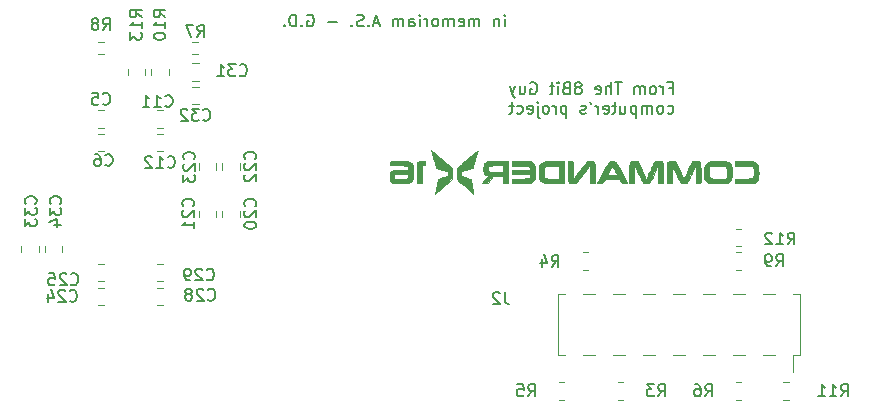
<source format=gbo>
%TF.GenerationSoftware,KiCad,Pcbnew,5.1.9+dfsg1-1+deb11u1*%
%TF.CreationDate,2025-10-24T14:32:27+02:00*%
%TF.ProjectId,VERA-XE-HDMI-Expansion,56455241-2d58-4452-9d48-444d492d4578,1.1*%
%TF.SameCoordinates,Original*%
%TF.FileFunction,Legend,Bot*%
%TF.FilePolarity,Positive*%
%FSLAX46Y46*%
G04 Gerber Fmt 4.6, Leading zero omitted, Abs format (unit mm)*
G04 Created by KiCad (PCBNEW 5.1.9+dfsg1-1+deb11u1) date 2025-10-24 14:32:27*
%MOMM*%
%LPD*%
G01*
G04 APERTURE LIST*
%ADD10C,0.150000*%
%ADD11C,0.120000*%
%ADD12C,0.010000*%
G04 APERTURE END LIST*
D10*
X165683333Y-78552380D02*
X165683333Y-77885714D01*
X165683333Y-77552380D02*
X165730952Y-77600000D01*
X165683333Y-77647619D01*
X165635714Y-77600000D01*
X165683333Y-77552380D01*
X165683333Y-77647619D01*
X165207142Y-77885714D02*
X165207142Y-78552380D01*
X165207142Y-77980952D02*
X165159523Y-77933333D01*
X165064285Y-77885714D01*
X164921428Y-77885714D01*
X164826190Y-77933333D01*
X164778571Y-78028571D01*
X164778571Y-78552380D01*
X163540476Y-78552380D02*
X163540476Y-77885714D01*
X163540476Y-77980952D02*
X163492857Y-77933333D01*
X163397619Y-77885714D01*
X163254761Y-77885714D01*
X163159523Y-77933333D01*
X163111904Y-78028571D01*
X163111904Y-78552380D01*
X163111904Y-78028571D02*
X163064285Y-77933333D01*
X162969047Y-77885714D01*
X162826190Y-77885714D01*
X162730952Y-77933333D01*
X162683333Y-78028571D01*
X162683333Y-78552380D01*
X161826190Y-78504761D02*
X161921428Y-78552380D01*
X162111904Y-78552380D01*
X162207142Y-78504761D01*
X162254761Y-78409523D01*
X162254761Y-78028571D01*
X162207142Y-77933333D01*
X162111904Y-77885714D01*
X161921428Y-77885714D01*
X161826190Y-77933333D01*
X161778571Y-78028571D01*
X161778571Y-78123809D01*
X162254761Y-78219047D01*
X161350000Y-78552380D02*
X161350000Y-77885714D01*
X161350000Y-77980952D02*
X161302380Y-77933333D01*
X161207142Y-77885714D01*
X161064285Y-77885714D01*
X160969047Y-77933333D01*
X160921428Y-78028571D01*
X160921428Y-78552380D01*
X160921428Y-78028571D02*
X160873809Y-77933333D01*
X160778571Y-77885714D01*
X160635714Y-77885714D01*
X160540476Y-77933333D01*
X160492857Y-78028571D01*
X160492857Y-78552380D01*
X159873809Y-78552380D02*
X159969047Y-78504761D01*
X160016666Y-78457142D01*
X160064285Y-78361904D01*
X160064285Y-78076190D01*
X160016666Y-77980952D01*
X159969047Y-77933333D01*
X159873809Y-77885714D01*
X159730952Y-77885714D01*
X159635714Y-77933333D01*
X159588095Y-77980952D01*
X159540476Y-78076190D01*
X159540476Y-78361904D01*
X159588095Y-78457142D01*
X159635714Y-78504761D01*
X159730952Y-78552380D01*
X159873809Y-78552380D01*
X159111904Y-78552380D02*
X159111904Y-77885714D01*
X159111904Y-78076190D02*
X159064285Y-77980952D01*
X159016666Y-77933333D01*
X158921428Y-77885714D01*
X158826190Y-77885714D01*
X158492857Y-78552380D02*
X158492857Y-77885714D01*
X158492857Y-77552380D02*
X158540476Y-77600000D01*
X158492857Y-77647619D01*
X158445238Y-77600000D01*
X158492857Y-77552380D01*
X158492857Y-77647619D01*
X157588095Y-78552380D02*
X157588095Y-78028571D01*
X157635714Y-77933333D01*
X157730952Y-77885714D01*
X157921428Y-77885714D01*
X158016666Y-77933333D01*
X157588095Y-78504761D02*
X157683333Y-78552380D01*
X157921428Y-78552380D01*
X158016666Y-78504761D01*
X158064285Y-78409523D01*
X158064285Y-78314285D01*
X158016666Y-78219047D01*
X157921428Y-78171428D01*
X157683333Y-78171428D01*
X157588095Y-78123809D01*
X157111904Y-78552380D02*
X157111904Y-77885714D01*
X157111904Y-77980952D02*
X157064285Y-77933333D01*
X156969047Y-77885714D01*
X156826190Y-77885714D01*
X156730952Y-77933333D01*
X156683333Y-78028571D01*
X156683333Y-78552380D01*
X156683333Y-78028571D02*
X156635714Y-77933333D01*
X156540476Y-77885714D01*
X156397619Y-77885714D01*
X156302380Y-77933333D01*
X156254761Y-78028571D01*
X156254761Y-78552380D01*
X155064285Y-78266666D02*
X154588095Y-78266666D01*
X155159523Y-78552380D02*
X154826190Y-77552380D01*
X154492857Y-78552380D01*
X154159523Y-78457142D02*
X154111904Y-78504761D01*
X154159523Y-78552380D01*
X154207142Y-78504761D01*
X154159523Y-78457142D01*
X154159523Y-78552380D01*
X153730952Y-78504761D02*
X153588095Y-78552380D01*
X153350000Y-78552380D01*
X153254761Y-78504761D01*
X153207142Y-78457142D01*
X153159523Y-78361904D01*
X153159523Y-78266666D01*
X153207142Y-78171428D01*
X153254761Y-78123809D01*
X153350000Y-78076190D01*
X153540476Y-78028571D01*
X153635714Y-77980952D01*
X153683333Y-77933333D01*
X153730952Y-77838095D01*
X153730952Y-77742857D01*
X153683333Y-77647619D01*
X153635714Y-77600000D01*
X153540476Y-77552380D01*
X153302380Y-77552380D01*
X153159523Y-77600000D01*
X152730952Y-78457142D02*
X152683333Y-78504761D01*
X152730952Y-78552380D01*
X152778571Y-78504761D01*
X152730952Y-78457142D01*
X152730952Y-78552380D01*
X151492857Y-78171428D02*
X150730952Y-78171428D01*
X148969047Y-77600000D02*
X149064285Y-77552380D01*
X149207142Y-77552380D01*
X149350000Y-77600000D01*
X149445238Y-77695238D01*
X149492857Y-77790476D01*
X149540476Y-77980952D01*
X149540476Y-78123809D01*
X149492857Y-78314285D01*
X149445238Y-78409523D01*
X149350000Y-78504761D01*
X149207142Y-78552380D01*
X149111904Y-78552380D01*
X148969047Y-78504761D01*
X148921428Y-78457142D01*
X148921428Y-78123809D01*
X149111904Y-78123809D01*
X148492857Y-78457142D02*
X148445238Y-78504761D01*
X148492857Y-78552380D01*
X148540476Y-78504761D01*
X148492857Y-78457142D01*
X148492857Y-78552380D01*
X148016666Y-78552380D02*
X148016666Y-77552380D01*
X147778571Y-77552380D01*
X147635714Y-77600000D01*
X147540476Y-77695238D01*
X147492857Y-77790476D01*
X147445238Y-77980952D01*
X147445238Y-78123809D01*
X147492857Y-78314285D01*
X147540476Y-78409523D01*
X147635714Y-78504761D01*
X147778571Y-78552380D01*
X148016666Y-78552380D01*
X147016666Y-78457142D02*
X146969047Y-78504761D01*
X147016666Y-78552380D01*
X147064285Y-78504761D01*
X147016666Y-78457142D01*
X147016666Y-78552380D01*
X179573809Y-83753571D02*
X179907142Y-83753571D01*
X179907142Y-84277380D02*
X179907142Y-83277380D01*
X179430952Y-83277380D01*
X179050000Y-84277380D02*
X179050000Y-83610714D01*
X179050000Y-83801190D02*
X179002380Y-83705952D01*
X178954761Y-83658333D01*
X178859523Y-83610714D01*
X178764285Y-83610714D01*
X178288095Y-84277380D02*
X178383333Y-84229761D01*
X178430952Y-84182142D01*
X178478571Y-84086904D01*
X178478571Y-83801190D01*
X178430952Y-83705952D01*
X178383333Y-83658333D01*
X178288095Y-83610714D01*
X178145238Y-83610714D01*
X178050000Y-83658333D01*
X178002380Y-83705952D01*
X177954761Y-83801190D01*
X177954761Y-84086904D01*
X178002380Y-84182142D01*
X178050000Y-84229761D01*
X178145238Y-84277380D01*
X178288095Y-84277380D01*
X177526190Y-84277380D02*
X177526190Y-83610714D01*
X177526190Y-83705952D02*
X177478571Y-83658333D01*
X177383333Y-83610714D01*
X177240476Y-83610714D01*
X177145238Y-83658333D01*
X177097619Y-83753571D01*
X177097619Y-84277380D01*
X177097619Y-83753571D02*
X177050000Y-83658333D01*
X176954761Y-83610714D01*
X176811904Y-83610714D01*
X176716666Y-83658333D01*
X176669047Y-83753571D01*
X176669047Y-84277380D01*
X175573809Y-83277380D02*
X175002380Y-83277380D01*
X175288095Y-84277380D02*
X175288095Y-83277380D01*
X174669047Y-84277380D02*
X174669047Y-83277380D01*
X174240476Y-84277380D02*
X174240476Y-83753571D01*
X174288095Y-83658333D01*
X174383333Y-83610714D01*
X174526190Y-83610714D01*
X174621428Y-83658333D01*
X174669047Y-83705952D01*
X173383333Y-84229761D02*
X173478571Y-84277380D01*
X173669047Y-84277380D01*
X173764285Y-84229761D01*
X173811904Y-84134523D01*
X173811904Y-83753571D01*
X173764285Y-83658333D01*
X173669047Y-83610714D01*
X173478571Y-83610714D01*
X173383333Y-83658333D01*
X173335714Y-83753571D01*
X173335714Y-83848809D01*
X173811904Y-83944047D01*
X172002380Y-83705952D02*
X172097619Y-83658333D01*
X172145238Y-83610714D01*
X172192857Y-83515476D01*
X172192857Y-83467857D01*
X172145238Y-83372619D01*
X172097619Y-83325000D01*
X172002380Y-83277380D01*
X171811904Y-83277380D01*
X171716666Y-83325000D01*
X171669047Y-83372619D01*
X171621428Y-83467857D01*
X171621428Y-83515476D01*
X171669047Y-83610714D01*
X171716666Y-83658333D01*
X171811904Y-83705952D01*
X172002380Y-83705952D01*
X172097619Y-83753571D01*
X172145238Y-83801190D01*
X172192857Y-83896428D01*
X172192857Y-84086904D01*
X172145238Y-84182142D01*
X172097619Y-84229761D01*
X172002380Y-84277380D01*
X171811904Y-84277380D01*
X171716666Y-84229761D01*
X171669047Y-84182142D01*
X171621428Y-84086904D01*
X171621428Y-83896428D01*
X171669047Y-83801190D01*
X171716666Y-83753571D01*
X171811904Y-83705952D01*
X170859523Y-83753571D02*
X170716666Y-83801190D01*
X170669047Y-83848809D01*
X170621428Y-83944047D01*
X170621428Y-84086904D01*
X170669047Y-84182142D01*
X170716666Y-84229761D01*
X170811904Y-84277380D01*
X171192857Y-84277380D01*
X171192857Y-83277380D01*
X170859523Y-83277380D01*
X170764285Y-83325000D01*
X170716666Y-83372619D01*
X170669047Y-83467857D01*
X170669047Y-83563095D01*
X170716666Y-83658333D01*
X170764285Y-83705952D01*
X170859523Y-83753571D01*
X171192857Y-83753571D01*
X170192857Y-84277380D02*
X170192857Y-83610714D01*
X170192857Y-83277380D02*
X170240476Y-83325000D01*
X170192857Y-83372619D01*
X170145238Y-83325000D01*
X170192857Y-83277380D01*
X170192857Y-83372619D01*
X169859523Y-83610714D02*
X169478571Y-83610714D01*
X169716666Y-83277380D02*
X169716666Y-84134523D01*
X169669047Y-84229761D01*
X169573809Y-84277380D01*
X169478571Y-84277380D01*
X167859523Y-83325000D02*
X167954761Y-83277380D01*
X168097619Y-83277380D01*
X168240476Y-83325000D01*
X168335714Y-83420238D01*
X168383333Y-83515476D01*
X168430952Y-83705952D01*
X168430952Y-83848809D01*
X168383333Y-84039285D01*
X168335714Y-84134523D01*
X168240476Y-84229761D01*
X168097619Y-84277380D01*
X168002380Y-84277380D01*
X167859523Y-84229761D01*
X167811904Y-84182142D01*
X167811904Y-83848809D01*
X168002380Y-83848809D01*
X166954761Y-83610714D02*
X166954761Y-84277380D01*
X167383333Y-83610714D02*
X167383333Y-84134523D01*
X167335714Y-84229761D01*
X167240476Y-84277380D01*
X167097619Y-84277380D01*
X167002380Y-84229761D01*
X166954761Y-84182142D01*
X166573809Y-83610714D02*
X166335714Y-84277380D01*
X166097619Y-83610714D02*
X166335714Y-84277380D01*
X166430952Y-84515476D01*
X166478571Y-84563095D01*
X166573809Y-84610714D01*
X179478571Y-85879761D02*
X179573809Y-85927380D01*
X179764285Y-85927380D01*
X179859523Y-85879761D01*
X179907142Y-85832142D01*
X179954761Y-85736904D01*
X179954761Y-85451190D01*
X179907142Y-85355952D01*
X179859523Y-85308333D01*
X179764285Y-85260714D01*
X179573809Y-85260714D01*
X179478571Y-85308333D01*
X178907142Y-85927380D02*
X179002380Y-85879761D01*
X179050000Y-85832142D01*
X179097619Y-85736904D01*
X179097619Y-85451190D01*
X179050000Y-85355952D01*
X179002380Y-85308333D01*
X178907142Y-85260714D01*
X178764285Y-85260714D01*
X178669047Y-85308333D01*
X178621428Y-85355952D01*
X178573809Y-85451190D01*
X178573809Y-85736904D01*
X178621428Y-85832142D01*
X178669047Y-85879761D01*
X178764285Y-85927380D01*
X178907142Y-85927380D01*
X178145238Y-85927380D02*
X178145238Y-85260714D01*
X178145238Y-85355952D02*
X178097619Y-85308333D01*
X178002380Y-85260714D01*
X177859523Y-85260714D01*
X177764285Y-85308333D01*
X177716666Y-85403571D01*
X177716666Y-85927380D01*
X177716666Y-85403571D02*
X177669047Y-85308333D01*
X177573809Y-85260714D01*
X177430952Y-85260714D01*
X177335714Y-85308333D01*
X177288095Y-85403571D01*
X177288095Y-85927380D01*
X176811904Y-85260714D02*
X176811904Y-86260714D01*
X176811904Y-85308333D02*
X176716666Y-85260714D01*
X176526190Y-85260714D01*
X176430952Y-85308333D01*
X176383333Y-85355952D01*
X176335714Y-85451190D01*
X176335714Y-85736904D01*
X176383333Y-85832142D01*
X176430952Y-85879761D01*
X176526190Y-85927380D01*
X176716666Y-85927380D01*
X176811904Y-85879761D01*
X175478571Y-85260714D02*
X175478571Y-85927380D01*
X175907142Y-85260714D02*
X175907142Y-85784523D01*
X175859523Y-85879761D01*
X175764285Y-85927380D01*
X175621428Y-85927380D01*
X175526190Y-85879761D01*
X175478571Y-85832142D01*
X175145238Y-85260714D02*
X174764285Y-85260714D01*
X175002380Y-84927380D02*
X175002380Y-85784523D01*
X174954761Y-85879761D01*
X174859523Y-85927380D01*
X174764285Y-85927380D01*
X174050000Y-85879761D02*
X174145238Y-85927380D01*
X174335714Y-85927380D01*
X174430952Y-85879761D01*
X174478571Y-85784523D01*
X174478571Y-85403571D01*
X174430952Y-85308333D01*
X174335714Y-85260714D01*
X174145238Y-85260714D01*
X174050000Y-85308333D01*
X174002380Y-85403571D01*
X174002380Y-85498809D01*
X174478571Y-85594047D01*
X173573809Y-85927380D02*
X173573809Y-85260714D01*
X173573809Y-85451190D02*
X173526190Y-85355952D01*
X173478571Y-85308333D01*
X173383333Y-85260714D01*
X173288095Y-85260714D01*
X172907142Y-84927380D02*
X173002380Y-85117857D01*
X172526190Y-85879761D02*
X172430952Y-85927380D01*
X172240476Y-85927380D01*
X172145238Y-85879761D01*
X172097619Y-85784523D01*
X172097619Y-85736904D01*
X172145238Y-85641666D01*
X172240476Y-85594047D01*
X172383333Y-85594047D01*
X172478571Y-85546428D01*
X172526190Y-85451190D01*
X172526190Y-85403571D01*
X172478571Y-85308333D01*
X172383333Y-85260714D01*
X172240476Y-85260714D01*
X172145238Y-85308333D01*
X170907142Y-85260714D02*
X170907142Y-86260714D01*
X170907142Y-85308333D02*
X170811904Y-85260714D01*
X170621428Y-85260714D01*
X170526190Y-85308333D01*
X170478571Y-85355952D01*
X170430952Y-85451190D01*
X170430952Y-85736904D01*
X170478571Y-85832142D01*
X170526190Y-85879761D01*
X170621428Y-85927380D01*
X170811904Y-85927380D01*
X170907142Y-85879761D01*
X170002380Y-85927380D02*
X170002380Y-85260714D01*
X170002380Y-85451190D02*
X169954761Y-85355952D01*
X169907142Y-85308333D01*
X169811904Y-85260714D01*
X169716666Y-85260714D01*
X169240476Y-85927380D02*
X169335714Y-85879761D01*
X169383333Y-85832142D01*
X169430952Y-85736904D01*
X169430952Y-85451190D01*
X169383333Y-85355952D01*
X169335714Y-85308333D01*
X169240476Y-85260714D01*
X169097619Y-85260714D01*
X169002380Y-85308333D01*
X168954761Y-85355952D01*
X168907142Y-85451190D01*
X168907142Y-85736904D01*
X168954761Y-85832142D01*
X169002380Y-85879761D01*
X169097619Y-85927380D01*
X169240476Y-85927380D01*
X168478571Y-85260714D02*
X168478571Y-86117857D01*
X168526190Y-86213095D01*
X168621428Y-86260714D01*
X168669047Y-86260714D01*
X168478571Y-84927380D02*
X168526190Y-84975000D01*
X168478571Y-85022619D01*
X168430952Y-84975000D01*
X168478571Y-84927380D01*
X168478571Y-85022619D01*
X167621428Y-85879761D02*
X167716666Y-85927380D01*
X167907142Y-85927380D01*
X168002380Y-85879761D01*
X168050000Y-85784523D01*
X168050000Y-85403571D01*
X168002380Y-85308333D01*
X167907142Y-85260714D01*
X167716666Y-85260714D01*
X167621428Y-85308333D01*
X167573809Y-85403571D01*
X167573809Y-85498809D01*
X168050000Y-85594047D01*
X166716666Y-85879761D02*
X166811904Y-85927380D01*
X167002380Y-85927380D01*
X167097619Y-85879761D01*
X167145238Y-85832142D01*
X167192857Y-85736904D01*
X167192857Y-85451190D01*
X167145238Y-85355952D01*
X167097619Y-85308333D01*
X167002380Y-85260714D01*
X166811904Y-85260714D01*
X166716666Y-85308333D01*
X166430952Y-85260714D02*
X166050000Y-85260714D01*
X166288095Y-84927380D02*
X166288095Y-85784523D01*
X166240476Y-85879761D01*
X166145238Y-85927380D01*
X166050000Y-85927380D01*
D11*
%TO.C,C5*%
X131761252Y-85665000D02*
X131238748Y-85665000D01*
X131761252Y-87135000D02*
X131238748Y-87135000D01*
%TO.C,C6*%
X131761252Y-89135000D02*
X131238748Y-89135000D01*
X131761252Y-87665000D02*
X131238748Y-87665000D01*
%TO.C,C11*%
X136238748Y-87135000D02*
X136761252Y-87135000D01*
X136238748Y-85665000D02*
X136761252Y-85665000D01*
%TO.C,C12*%
X136238748Y-87665000D02*
X136761252Y-87665000D01*
X136238748Y-89135000D02*
X136761252Y-89135000D01*
%TO.C,C20*%
X141765000Y-94661252D02*
X141765000Y-94138748D01*
X143235000Y-94661252D02*
X143235000Y-94138748D01*
%TO.C,C21*%
X141235000Y-94661252D02*
X141235000Y-94138748D01*
X139765000Y-94661252D02*
X139765000Y-94138748D01*
%TO.C,C22*%
X141765000Y-90661252D02*
X141765000Y-90138748D01*
X143235000Y-90661252D02*
X143235000Y-90138748D01*
%TO.C,C23*%
X141235000Y-90661252D02*
X141235000Y-90138748D01*
X139765000Y-90661252D02*
X139765000Y-90138748D01*
%TO.C,C24*%
X131238748Y-100665000D02*
X131761252Y-100665000D01*
X131238748Y-102135000D02*
X131761252Y-102135000D01*
%TO.C,C25*%
X131238748Y-100135000D02*
X131761252Y-100135000D01*
X131238748Y-98665000D02*
X131761252Y-98665000D01*
%TO.C,C28*%
X136238748Y-102135000D02*
X136761252Y-102135000D01*
X136238748Y-100665000D02*
X136761252Y-100665000D01*
%TO.C,C29*%
X136238748Y-100135000D02*
X136761252Y-100135000D01*
X136238748Y-98665000D02*
X136761252Y-98665000D01*
%TO.C,C31*%
X139238748Y-81665000D02*
X139761252Y-81665000D01*
X139238748Y-83135000D02*
X139761252Y-83135000D01*
%TO.C,C32*%
X139238748Y-85135000D02*
X139761252Y-85135000D01*
X139238748Y-83665000D02*
X139761252Y-83665000D01*
%TO.C,C33*%
X124765000Y-97138748D02*
X124765000Y-97661252D01*
X126235000Y-97138748D02*
X126235000Y-97661252D01*
%TO.C,C34*%
X128235000Y-97138748D02*
X128235000Y-97661252D01*
X126765000Y-97138748D02*
X126765000Y-97661252D01*
%TO.C,R3*%
X175727064Y-108665000D02*
X175272936Y-108665000D01*
X175727064Y-110135000D02*
X175272936Y-110135000D01*
%TO.C,R4*%
X172727064Y-99135000D02*
X172272936Y-99135000D01*
X172727064Y-97665000D02*
X172272936Y-97665000D01*
%TO.C,R5*%
X170272936Y-110135000D02*
X170727064Y-110135000D01*
X170272936Y-108665000D02*
X170727064Y-108665000D01*
%TO.C,R6*%
X185272936Y-110135000D02*
X185727064Y-110135000D01*
X185272936Y-108665000D02*
X185727064Y-108665000D01*
%TO.C,R7*%
X139754724Y-79877500D02*
X139245276Y-79877500D01*
X139754724Y-80922500D02*
X139245276Y-80922500D01*
%TO.C,R8*%
X131245276Y-79877500D02*
X131754724Y-79877500D01*
X131245276Y-80922500D02*
X131754724Y-80922500D01*
%TO.C,R9*%
X185272936Y-97665000D02*
X185727064Y-97665000D01*
X185272936Y-99135000D02*
X185727064Y-99135000D01*
%TO.C,R10*%
X137235000Y-82172936D02*
X137235000Y-82627064D01*
X135765000Y-82172936D02*
X135765000Y-82627064D01*
%TO.C,R11*%
X189727064Y-110135000D02*
X189272936Y-110135000D01*
X189727064Y-108665000D02*
X189272936Y-108665000D01*
%TO.C,R12*%
X185272936Y-97135000D02*
X185727064Y-97135000D01*
X185272936Y-95665000D02*
X185727064Y-95665000D01*
%TO.C,R13*%
X133765000Y-82172936D02*
X133765000Y-82627064D01*
X135235000Y-82172936D02*
X135235000Y-82627064D01*
D12*
%TO.C,LOGO2*%
G36*
X163365637Y-89066870D02*
G01*
X163310671Y-89108699D01*
X163227373Y-89175531D01*
X163120791Y-89263255D01*
X162995970Y-89367758D01*
X162857959Y-89484928D01*
X162845830Y-89495298D01*
X162682432Y-89634813D01*
X162509675Y-89781853D01*
X162337911Y-89927638D01*
X162177491Y-90063392D01*
X162038766Y-90180336D01*
X161967448Y-90240168D01*
X161618600Y-90532036D01*
X161618600Y-91475145D01*
X161853526Y-91676922D01*
X161966623Y-91774298D01*
X162096103Y-91886174D01*
X162235747Y-92007135D01*
X162379332Y-92131766D01*
X162520637Y-92254653D01*
X162653440Y-92370380D01*
X162771519Y-92473532D01*
X162868654Y-92558696D01*
X162938622Y-92620455D01*
X162971150Y-92649642D01*
X163015545Y-92684866D01*
X163039732Y-92693383D01*
X163041210Y-92689902D01*
X163036319Y-92651774D01*
X163022554Y-92574100D01*
X163001684Y-92465317D01*
X162975476Y-92333866D01*
X162945701Y-92188185D01*
X162914126Y-92036714D01*
X162882522Y-91887892D01*
X162852655Y-91750159D01*
X162826296Y-91631954D01*
X162805214Y-91541715D01*
X162791176Y-91487883D01*
X162786909Y-91476610D01*
X162757419Y-91461628D01*
X162688288Y-91433795D01*
X162588066Y-91396338D01*
X162465301Y-91352482D01*
X162377291Y-91322014D01*
X161986900Y-91188507D01*
X161986900Y-90814642D01*
X162406000Y-90696852D01*
X162549200Y-90656728D01*
X162679590Y-90620420D01*
X162787482Y-90590608D01*
X162863189Y-90569974D01*
X162892431Y-90562279D01*
X162930840Y-90546019D01*
X162959763Y-90512212D01*
X162986446Y-90449241D01*
X163009928Y-90373898D01*
X163031983Y-90298967D01*
X163065686Y-90185106D01*
X163108144Y-90042061D01*
X163156462Y-89879577D01*
X163207748Y-89707398D01*
X163229590Y-89634158D01*
X163277043Y-89472982D01*
X163318360Y-89328553D01*
X163351662Y-89207788D01*
X163375068Y-89117602D01*
X163386698Y-89064914D01*
X163387225Y-89054157D01*
X163365637Y-89066870D01*
G37*
X163365637Y-89066870D02*
X163310671Y-89108699D01*
X163227373Y-89175531D01*
X163120791Y-89263255D01*
X162995970Y-89367758D01*
X162857959Y-89484928D01*
X162845830Y-89495298D01*
X162682432Y-89634813D01*
X162509675Y-89781853D01*
X162337911Y-89927638D01*
X162177491Y-90063392D01*
X162038766Y-90180336D01*
X161967448Y-90240168D01*
X161618600Y-90532036D01*
X161618600Y-91475145D01*
X161853526Y-91676922D01*
X161966623Y-91774298D01*
X162096103Y-91886174D01*
X162235747Y-92007135D01*
X162379332Y-92131766D01*
X162520637Y-92254653D01*
X162653440Y-92370380D01*
X162771519Y-92473532D01*
X162868654Y-92558696D01*
X162938622Y-92620455D01*
X162971150Y-92649642D01*
X163015545Y-92684866D01*
X163039732Y-92693383D01*
X163041210Y-92689902D01*
X163036319Y-92651774D01*
X163022554Y-92574100D01*
X163001684Y-92465317D01*
X162975476Y-92333866D01*
X162945701Y-92188185D01*
X162914126Y-92036714D01*
X162882522Y-91887892D01*
X162852655Y-91750159D01*
X162826296Y-91631954D01*
X162805214Y-91541715D01*
X162791176Y-91487883D01*
X162786909Y-91476610D01*
X162757419Y-91461628D01*
X162688288Y-91433795D01*
X162588066Y-91396338D01*
X162465301Y-91352482D01*
X162377291Y-91322014D01*
X161986900Y-91188507D01*
X161986900Y-90814642D01*
X162406000Y-90696852D01*
X162549200Y-90656728D01*
X162679590Y-90620420D01*
X162787482Y-90590608D01*
X162863189Y-90569974D01*
X162892431Y-90562279D01*
X162930840Y-90546019D01*
X162959763Y-90512212D01*
X162986446Y-90449241D01*
X163009928Y-90373898D01*
X163031983Y-90298967D01*
X163065686Y-90185106D01*
X163108144Y-90042061D01*
X163156462Y-89879577D01*
X163207748Y-89707398D01*
X163229590Y-89634158D01*
X163277043Y-89472982D01*
X163318360Y-89328553D01*
X163351662Y-89207788D01*
X163375068Y-89117602D01*
X163386698Y-89064914D01*
X163387225Y-89054157D01*
X163365637Y-89066870D01*
G36*
X159446344Y-89055961D02*
G01*
X159463810Y-89120661D01*
X159491523Y-89215683D01*
X159526903Y-89331984D01*
X159537441Y-89365879D01*
X159582733Y-89513450D01*
X159635814Y-89690405D01*
X159690882Y-89877178D01*
X159742135Y-90054205D01*
X159755391Y-90100700D01*
X159794941Y-90237377D01*
X159830928Y-90356878D01*
X159860661Y-90450631D01*
X159881446Y-90510068D01*
X159889286Y-90526728D01*
X159918447Y-90539348D01*
X159988819Y-90562963D01*
X160092611Y-90595166D01*
X160222035Y-90633547D01*
X160369300Y-90675697D01*
X160388549Y-90681104D01*
X160869300Y-90815852D01*
X160869300Y-91188465D01*
X160465776Y-91323273D01*
X160331748Y-91368321D01*
X160215720Y-91407839D01*
X160125765Y-91439033D01*
X160069953Y-91459115D01*
X160055367Y-91465190D01*
X160048519Y-91490782D01*
X160033504Y-91557578D01*
X160011989Y-91657447D01*
X159985642Y-91782263D01*
X159956131Y-91923895D01*
X159925124Y-92074216D01*
X159894288Y-92225095D01*
X159865290Y-92368405D01*
X159839799Y-92496016D01*
X159819482Y-92599800D01*
X159806006Y-92671627D01*
X159801039Y-92703370D01*
X159801184Y-92704200D01*
X159820949Y-92688201D01*
X159874887Y-92642638D01*
X159958734Y-92571163D01*
X160068227Y-92477425D01*
X160199102Y-92365077D01*
X160347094Y-92237768D01*
X160507940Y-92099150D01*
X160520576Y-92088250D01*
X161234579Y-91472300D01*
X161234591Y-91002400D01*
X161234604Y-90532500D01*
X160927966Y-90278500D01*
X160826094Y-90193593D01*
X160694226Y-90082893D01*
X160540948Y-89953651D01*
X160374848Y-89813121D01*
X160204511Y-89668555D01*
X160038523Y-89527205D01*
X160034936Y-89524145D01*
X159888621Y-89399698D01*
X159755197Y-89286985D01*
X159639416Y-89189957D01*
X159546029Y-89112569D01*
X159479790Y-89058774D01*
X159445449Y-89032525D01*
X159441709Y-89030624D01*
X159446344Y-89055961D01*
G37*
X159446344Y-89055961D02*
X159463810Y-89120661D01*
X159491523Y-89215683D01*
X159526903Y-89331984D01*
X159537441Y-89365879D01*
X159582733Y-89513450D01*
X159635814Y-89690405D01*
X159690882Y-89877178D01*
X159742135Y-90054205D01*
X159755391Y-90100700D01*
X159794941Y-90237377D01*
X159830928Y-90356878D01*
X159860661Y-90450631D01*
X159881446Y-90510068D01*
X159889286Y-90526728D01*
X159918447Y-90539348D01*
X159988819Y-90562963D01*
X160092611Y-90595166D01*
X160222035Y-90633547D01*
X160369300Y-90675697D01*
X160388549Y-90681104D01*
X160869300Y-90815852D01*
X160869300Y-91188465D01*
X160465776Y-91323273D01*
X160331748Y-91368321D01*
X160215720Y-91407839D01*
X160125765Y-91439033D01*
X160069953Y-91459115D01*
X160055367Y-91465190D01*
X160048519Y-91490782D01*
X160033504Y-91557578D01*
X160011989Y-91657447D01*
X159985642Y-91782263D01*
X159956131Y-91923895D01*
X159925124Y-92074216D01*
X159894288Y-92225095D01*
X159865290Y-92368405D01*
X159839799Y-92496016D01*
X159819482Y-92599800D01*
X159806006Y-92671627D01*
X159801039Y-92703370D01*
X159801184Y-92704200D01*
X159820949Y-92688201D01*
X159874887Y-92642638D01*
X159958734Y-92571163D01*
X160068227Y-92477425D01*
X160199102Y-92365077D01*
X160347094Y-92237768D01*
X160507940Y-92099150D01*
X160520576Y-92088250D01*
X161234579Y-91472300D01*
X161234591Y-91002400D01*
X161234604Y-90532500D01*
X160927966Y-90278500D01*
X160826094Y-90193593D01*
X160694226Y-90082893D01*
X160540948Y-89953651D01*
X160374848Y-89813121D01*
X160204511Y-89668555D01*
X160038523Y-89527205D01*
X160034936Y-89524145D01*
X159888621Y-89399698D01*
X159755197Y-89286985D01*
X159639416Y-89189957D01*
X159546029Y-89112569D01*
X159479790Y-89058774D01*
X159445449Y-89032525D01*
X159441709Y-89030624D01*
X159446344Y-89055961D01*
G36*
X185388549Y-89936244D02*
G01*
X185289305Y-89939586D01*
X185230975Y-89945359D01*
X185227262Y-89946190D01*
X185193762Y-89957205D01*
X185174939Y-89977107D01*
X185167359Y-90017792D01*
X185167593Y-90091155D01*
X185169653Y-90145909D01*
X185177100Y-90329300D01*
X186611140Y-90354700D01*
X186681520Y-90425114D01*
X186710693Y-90456435D01*
X186730765Y-90488308D01*
X186743792Y-90530874D01*
X186751834Y-90594275D01*
X186756947Y-90688654D01*
X186760981Y-90816770D01*
X186762659Y-90997740D01*
X186755213Y-91135987D01*
X186737295Y-91238990D01*
X186707553Y-91314227D01*
X186664639Y-91369179D01*
X186660605Y-91372914D01*
X186641488Y-91387275D01*
X186615455Y-91398717D01*
X186576577Y-91407714D01*
X186518923Y-91414739D01*
X186436563Y-91420264D01*
X186323566Y-91424763D01*
X186174002Y-91428708D01*
X185981940Y-91432573D01*
X185892036Y-91434200D01*
X185177100Y-91446900D01*
X185169638Y-91631050D01*
X185162175Y-91815200D01*
X185931638Y-91813016D01*
X186127263Y-91811842D01*
X186308792Y-91809577D01*
X186469345Y-91806397D01*
X186602045Y-91802481D01*
X186700013Y-91798007D01*
X186756370Y-91793153D01*
X186764765Y-91791467D01*
X186922270Y-91720970D01*
X187042043Y-91617482D01*
X187122513Y-91482538D01*
X187142965Y-91421500D01*
X187156194Y-91342949D01*
X187165409Y-91226676D01*
X187170736Y-91083933D01*
X187172299Y-90925978D01*
X187170227Y-90764066D01*
X187164644Y-90609452D01*
X187155678Y-90473391D01*
X187143454Y-90367139D01*
X187130482Y-90308333D01*
X187065324Y-90187774D01*
X186963233Y-90081941D01*
X186838057Y-90004139D01*
X186796985Y-89987880D01*
X186747170Y-89979080D01*
X186654893Y-89970497D01*
X186528491Y-89962353D01*
X186376302Y-89954870D01*
X186206664Y-89948269D01*
X186027914Y-89942771D01*
X185848390Y-89938598D01*
X185676429Y-89935972D01*
X185520370Y-89935114D01*
X185388549Y-89936244D01*
G37*
X185388549Y-89936244D02*
X185289305Y-89939586D01*
X185230975Y-89945359D01*
X185227262Y-89946190D01*
X185193762Y-89957205D01*
X185174939Y-89977107D01*
X185167359Y-90017792D01*
X185167593Y-90091155D01*
X185169653Y-90145909D01*
X185177100Y-90329300D01*
X186611140Y-90354700D01*
X186681520Y-90425114D01*
X186710693Y-90456435D01*
X186730765Y-90488308D01*
X186743792Y-90530874D01*
X186751834Y-90594275D01*
X186756947Y-90688654D01*
X186760981Y-90816770D01*
X186762659Y-90997740D01*
X186755213Y-91135987D01*
X186737295Y-91238990D01*
X186707553Y-91314227D01*
X186664639Y-91369179D01*
X186660605Y-91372914D01*
X186641488Y-91387275D01*
X186615455Y-91398717D01*
X186576577Y-91407714D01*
X186518923Y-91414739D01*
X186436563Y-91420264D01*
X186323566Y-91424763D01*
X186174002Y-91428708D01*
X185981940Y-91432573D01*
X185892036Y-91434200D01*
X185177100Y-91446900D01*
X185169638Y-91631050D01*
X185162175Y-91815200D01*
X185931638Y-91813016D01*
X186127263Y-91811842D01*
X186308792Y-91809577D01*
X186469345Y-91806397D01*
X186602045Y-91802481D01*
X186700013Y-91798007D01*
X186756370Y-91793153D01*
X186764765Y-91791467D01*
X186922270Y-91720970D01*
X187042043Y-91617482D01*
X187122513Y-91482538D01*
X187142965Y-91421500D01*
X187156194Y-91342949D01*
X187165409Y-91226676D01*
X187170736Y-91083933D01*
X187172299Y-90925978D01*
X187170227Y-90764066D01*
X187164644Y-90609452D01*
X187155678Y-90473391D01*
X187143454Y-90367139D01*
X187130482Y-90308333D01*
X187065324Y-90187774D01*
X186963233Y-90081941D01*
X186838057Y-90004139D01*
X186796985Y-89987880D01*
X186747170Y-89979080D01*
X186654893Y-89970497D01*
X186528491Y-89962353D01*
X186376302Y-89954870D01*
X186206664Y-89948269D01*
X186027914Y-89942771D01*
X185848390Y-89938598D01*
X185676429Y-89935972D01*
X185520370Y-89935114D01*
X185388549Y-89936244D01*
G36*
X183517785Y-89941408D02*
G01*
X183365817Y-89944822D01*
X183240056Y-89951220D01*
X183173632Y-89957472D01*
X183005026Y-89986203D01*
X182877066Y-90028610D01*
X182780248Y-90090260D01*
X182705069Y-90176716D01*
X182658035Y-90259416D01*
X182633149Y-90311449D01*
X182614808Y-90357356D01*
X182602013Y-90405914D01*
X182593766Y-90465899D01*
X182589069Y-90546087D01*
X182586922Y-90655254D01*
X182586328Y-90802178D01*
X182586300Y-90889895D01*
X182586300Y-91374291D01*
X182662569Y-91523423D01*
X182715585Y-91615546D01*
X182769800Y-91676940D01*
X182841902Y-91725260D01*
X182864993Y-91737527D01*
X182902936Y-91756560D01*
X182938553Y-91771496D01*
X182978369Y-91782876D01*
X183028911Y-91791242D01*
X183096705Y-91797132D01*
X183188277Y-91801090D01*
X183310154Y-91803654D01*
X183468862Y-91805366D01*
X183670926Y-91806767D01*
X183703124Y-91806969D01*
X183892606Y-91807426D01*
X184069116Y-91806466D01*
X184225195Y-91804239D01*
X184353385Y-91800894D01*
X184446230Y-91796581D01*
X184496272Y-91791448D01*
X184498016Y-91791052D01*
X184638018Y-91732029D01*
X184757435Y-91634127D01*
X184837473Y-91518425D01*
X184858053Y-91474129D01*
X184873325Y-91431175D01*
X184884080Y-91381307D01*
X184891105Y-91316269D01*
X184895188Y-91227806D01*
X184897117Y-91107660D01*
X184897680Y-90947575D01*
X184897694Y-90903948D01*
X184478600Y-90903948D01*
X184478600Y-91285707D01*
X184404354Y-91359953D01*
X184330108Y-91434200D01*
X183771008Y-91434200D01*
X183603799Y-91433121D01*
X183450608Y-91430104D01*
X183319827Y-91425475D01*
X183219851Y-91419564D01*
X183159074Y-91412695D01*
X183147971Y-91409891D01*
X183095788Y-91382143D01*
X183057474Y-91339684D01*
X183031343Y-91275621D01*
X183015710Y-91183061D01*
X183008890Y-91055111D01*
X183009195Y-90884877D01*
X183009955Y-90845528D01*
X183018100Y-90464479D01*
X183089367Y-90403239D01*
X183113637Y-90383441D01*
X183138912Y-90368448D01*
X183172175Y-90357592D01*
X183220408Y-90350207D01*
X183290595Y-90345623D01*
X183389720Y-90343172D01*
X183524765Y-90342187D01*
X183702714Y-90342000D01*
X183729522Y-90342000D01*
X183941247Y-90343348D01*
X184113787Y-90347301D01*
X184244037Y-90353719D01*
X184328891Y-90362464D01*
X184360304Y-90370200D01*
X184402583Y-90396030D01*
X184433671Y-90434271D01*
X184455190Y-90492231D01*
X184468757Y-90577217D01*
X184475993Y-90696534D01*
X184478516Y-90857489D01*
X184478600Y-90903948D01*
X184897694Y-90903948D01*
X184897700Y-90887473D01*
X184897473Y-90713912D01*
X184896227Y-90582894D01*
X184893118Y-90486165D01*
X184887300Y-90415470D01*
X184877928Y-90362551D01*
X184864158Y-90319155D01*
X184845143Y-90277025D01*
X184832695Y-90252473D01*
X184738561Y-90120425D01*
X184611136Y-90026537D01*
X184506988Y-89984597D01*
X184441027Y-89972609D01*
X184333909Y-89962235D01*
X184195258Y-89953668D01*
X184034696Y-89947107D01*
X183861848Y-89942746D01*
X183686336Y-89940781D01*
X183517785Y-89941408D01*
G37*
X183517785Y-89941408D02*
X183365817Y-89944822D01*
X183240056Y-89951220D01*
X183173632Y-89957472D01*
X183005026Y-89986203D01*
X182877066Y-90028610D01*
X182780248Y-90090260D01*
X182705069Y-90176716D01*
X182658035Y-90259416D01*
X182633149Y-90311449D01*
X182614808Y-90357356D01*
X182602013Y-90405914D01*
X182593766Y-90465899D01*
X182589069Y-90546087D01*
X182586922Y-90655254D01*
X182586328Y-90802178D01*
X182586300Y-90889895D01*
X182586300Y-91374291D01*
X182662569Y-91523423D01*
X182715585Y-91615546D01*
X182769800Y-91676940D01*
X182841902Y-91725260D01*
X182864993Y-91737527D01*
X182902936Y-91756560D01*
X182938553Y-91771496D01*
X182978369Y-91782876D01*
X183028911Y-91791242D01*
X183096705Y-91797132D01*
X183188277Y-91801090D01*
X183310154Y-91803654D01*
X183468862Y-91805366D01*
X183670926Y-91806767D01*
X183703124Y-91806969D01*
X183892606Y-91807426D01*
X184069116Y-91806466D01*
X184225195Y-91804239D01*
X184353385Y-91800894D01*
X184446230Y-91796581D01*
X184496272Y-91791448D01*
X184498016Y-91791052D01*
X184638018Y-91732029D01*
X184757435Y-91634127D01*
X184837473Y-91518425D01*
X184858053Y-91474129D01*
X184873325Y-91431175D01*
X184884080Y-91381307D01*
X184891105Y-91316269D01*
X184895188Y-91227806D01*
X184897117Y-91107660D01*
X184897680Y-90947575D01*
X184897694Y-90903948D01*
X184478600Y-90903948D01*
X184478600Y-91285707D01*
X184404354Y-91359953D01*
X184330108Y-91434200D01*
X183771008Y-91434200D01*
X183603799Y-91433121D01*
X183450608Y-91430104D01*
X183319827Y-91425475D01*
X183219851Y-91419564D01*
X183159074Y-91412695D01*
X183147971Y-91409891D01*
X183095788Y-91382143D01*
X183057474Y-91339684D01*
X183031343Y-91275621D01*
X183015710Y-91183061D01*
X183008890Y-91055111D01*
X183009195Y-90884877D01*
X183009955Y-90845528D01*
X183018100Y-90464479D01*
X183089367Y-90403239D01*
X183113637Y-90383441D01*
X183138912Y-90368448D01*
X183172175Y-90357592D01*
X183220408Y-90350207D01*
X183290595Y-90345623D01*
X183389720Y-90343172D01*
X183524765Y-90342187D01*
X183702714Y-90342000D01*
X183729522Y-90342000D01*
X183941247Y-90343348D01*
X184113787Y-90347301D01*
X184244037Y-90353719D01*
X184328891Y-90362464D01*
X184360304Y-90370200D01*
X184402583Y-90396030D01*
X184433671Y-90434271D01*
X184455190Y-90492231D01*
X184468757Y-90577217D01*
X184475993Y-90696534D01*
X184478516Y-90857489D01*
X184478600Y-90903948D01*
X184897694Y-90903948D01*
X184897700Y-90887473D01*
X184897473Y-90713912D01*
X184896227Y-90582894D01*
X184893118Y-90486165D01*
X184887300Y-90415470D01*
X184877928Y-90362551D01*
X184864158Y-90319155D01*
X184845143Y-90277025D01*
X184832695Y-90252473D01*
X184738561Y-90120425D01*
X184611136Y-90026537D01*
X184506988Y-89984597D01*
X184441027Y-89972609D01*
X184333909Y-89962235D01*
X184195258Y-89953668D01*
X184034696Y-89947107D01*
X183861848Y-89942746D01*
X183686336Y-89940781D01*
X183517785Y-89941408D01*
G36*
X181778876Y-89943854D02*
G01*
X181667386Y-89957280D01*
X181581622Y-89978240D01*
X181551448Y-89992474D01*
X181525528Y-90020515D01*
X181489359Y-90078853D01*
X181441350Y-90170721D01*
X181379913Y-90299355D01*
X181303459Y-90467989D01*
X181210400Y-90679860D01*
X181184447Y-90739748D01*
X181101321Y-90929502D01*
X181025645Y-91097391D01*
X180959744Y-91238560D01*
X180905945Y-91348157D01*
X180866574Y-91421328D01*
X180843959Y-91453219D01*
X180842019Y-91454173D01*
X180823080Y-91439408D01*
X180791123Y-91388566D01*
X180745068Y-91299432D01*
X180683833Y-91169793D01*
X180606335Y-90997436D01*
X180511493Y-90780150D01*
X180503671Y-90762028D01*
X180423697Y-90579272D01*
X180348077Y-90411478D01*
X180279726Y-90264754D01*
X180221561Y-90145209D01*
X180176499Y-90058951D01*
X180147458Y-90012090D01*
X180143451Y-90007619D01*
X180100294Y-89977089D01*
X180041028Y-89957659D01*
X179951966Y-89945779D01*
X179887808Y-89941318D01*
X179709250Y-89940834D01*
X179576032Y-89962442D01*
X179488324Y-90006098D01*
X179453539Y-90050959D01*
X179444342Y-90092316D01*
X179436948Y-90173401D01*
X179431288Y-90296382D01*
X179427291Y-90463427D01*
X179424887Y-90676703D01*
X179424007Y-90938380D01*
X179424000Y-90966563D01*
X179424000Y-91817336D01*
X179817700Y-91802500D01*
X179824443Y-91070264D01*
X179827118Y-90843218D01*
X179830620Y-90663515D01*
X179835121Y-90527701D01*
X179840794Y-90432321D01*
X179847811Y-90373923D01*
X179856344Y-90349053D01*
X179860526Y-90347808D01*
X179878252Y-90372709D01*
X179913463Y-90438026D01*
X179963193Y-90537671D01*
X180024474Y-90665557D01*
X180094341Y-90815599D01*
X180169828Y-90981710D01*
X180174062Y-90991144D01*
X180279266Y-91222040D01*
X180367485Y-91407609D01*
X180439817Y-91549994D01*
X180497357Y-91651341D01*
X180541204Y-91713796D01*
X180546674Y-91719950D01*
X180592003Y-91766871D01*
X180630406Y-91795118D01*
X180676575Y-91809429D01*
X180745203Y-91814543D01*
X180841944Y-91815200D01*
X180921796Y-91814425D01*
X180988154Y-91809072D01*
X181044780Y-91794592D01*
X181095432Y-91766439D01*
X181143872Y-91720065D01*
X181193858Y-91650924D01*
X181249152Y-91554469D01*
X181313513Y-91426153D01*
X181390702Y-91261428D01*
X181484478Y-91055747D01*
X181502116Y-91016876D01*
X181580160Y-90846809D01*
X181652749Y-90692321D01*
X181716948Y-90559367D01*
X181769823Y-90453899D01*
X181808443Y-90381871D01*
X181829872Y-90349238D01*
X181831670Y-90348010D01*
X181840976Y-90356612D01*
X181848354Y-90392038D01*
X181853979Y-90458385D01*
X181858021Y-90559753D01*
X181860655Y-90700242D01*
X181862054Y-90883950D01*
X181862400Y-91076483D01*
X181862400Y-91815200D01*
X182048667Y-91815200D01*
X182141581Y-91813039D01*
X182213567Y-91807344D01*
X182250506Y-91799289D01*
X182251867Y-91798266D01*
X182257737Y-91767589D01*
X182262380Y-91693416D01*
X182265840Y-91583033D01*
X182268163Y-91443728D01*
X182269395Y-91282788D01*
X182269582Y-91107501D01*
X182268768Y-90925154D01*
X182267000Y-90743034D01*
X182264324Y-90568429D01*
X182260784Y-90408626D01*
X182256426Y-90270912D01*
X182251297Y-90162575D01*
X182245441Y-90090902D01*
X182241035Y-90066732D01*
X182210231Y-90009408D01*
X182157078Y-89974539D01*
X182107685Y-89958546D01*
X182015027Y-89943511D01*
X181900090Y-89938939D01*
X181778876Y-89943854D01*
G37*
X181778876Y-89943854D02*
X181667386Y-89957280D01*
X181581622Y-89978240D01*
X181551448Y-89992474D01*
X181525528Y-90020515D01*
X181489359Y-90078853D01*
X181441350Y-90170721D01*
X181379913Y-90299355D01*
X181303459Y-90467989D01*
X181210400Y-90679860D01*
X181184447Y-90739748D01*
X181101321Y-90929502D01*
X181025645Y-91097391D01*
X180959744Y-91238560D01*
X180905945Y-91348157D01*
X180866574Y-91421328D01*
X180843959Y-91453219D01*
X180842019Y-91454173D01*
X180823080Y-91439408D01*
X180791123Y-91388566D01*
X180745068Y-91299432D01*
X180683833Y-91169793D01*
X180606335Y-90997436D01*
X180511493Y-90780150D01*
X180503671Y-90762028D01*
X180423697Y-90579272D01*
X180348077Y-90411478D01*
X180279726Y-90264754D01*
X180221561Y-90145209D01*
X180176499Y-90058951D01*
X180147458Y-90012090D01*
X180143451Y-90007619D01*
X180100294Y-89977089D01*
X180041028Y-89957659D01*
X179951966Y-89945779D01*
X179887808Y-89941318D01*
X179709250Y-89940834D01*
X179576032Y-89962442D01*
X179488324Y-90006098D01*
X179453539Y-90050959D01*
X179444342Y-90092316D01*
X179436948Y-90173401D01*
X179431288Y-90296382D01*
X179427291Y-90463427D01*
X179424887Y-90676703D01*
X179424007Y-90938380D01*
X179424000Y-90966563D01*
X179424000Y-91817336D01*
X179817700Y-91802500D01*
X179824443Y-91070264D01*
X179827118Y-90843218D01*
X179830620Y-90663515D01*
X179835121Y-90527701D01*
X179840794Y-90432321D01*
X179847811Y-90373923D01*
X179856344Y-90349053D01*
X179860526Y-90347808D01*
X179878252Y-90372709D01*
X179913463Y-90438026D01*
X179963193Y-90537671D01*
X180024474Y-90665557D01*
X180094341Y-90815599D01*
X180169828Y-90981710D01*
X180174062Y-90991144D01*
X180279266Y-91222040D01*
X180367485Y-91407609D01*
X180439817Y-91549994D01*
X180497357Y-91651341D01*
X180541204Y-91713796D01*
X180546674Y-91719950D01*
X180592003Y-91766871D01*
X180630406Y-91795118D01*
X180676575Y-91809429D01*
X180745203Y-91814543D01*
X180841944Y-91815200D01*
X180921796Y-91814425D01*
X180988154Y-91809072D01*
X181044780Y-91794592D01*
X181095432Y-91766439D01*
X181143872Y-91720065D01*
X181193858Y-91650924D01*
X181249152Y-91554469D01*
X181313513Y-91426153D01*
X181390702Y-91261428D01*
X181484478Y-91055747D01*
X181502116Y-91016876D01*
X181580160Y-90846809D01*
X181652749Y-90692321D01*
X181716948Y-90559367D01*
X181769823Y-90453899D01*
X181808443Y-90381871D01*
X181829872Y-90349238D01*
X181831670Y-90348010D01*
X181840976Y-90356612D01*
X181848354Y-90392038D01*
X181853979Y-90458385D01*
X181858021Y-90559753D01*
X181860655Y-90700242D01*
X181862054Y-90883950D01*
X181862400Y-91076483D01*
X181862400Y-91815200D01*
X182048667Y-91815200D01*
X182141581Y-91813039D01*
X182213567Y-91807344D01*
X182250506Y-91799289D01*
X182251867Y-91798266D01*
X182257737Y-91767589D01*
X182262380Y-91693416D01*
X182265840Y-91583033D01*
X182268163Y-91443728D01*
X182269395Y-91282788D01*
X182269582Y-91107501D01*
X182268768Y-90925154D01*
X182267000Y-90743034D01*
X182264324Y-90568429D01*
X182260784Y-90408626D01*
X182256426Y-90270912D01*
X182251297Y-90162575D01*
X182245441Y-90090902D01*
X182241035Y-90066732D01*
X182210231Y-90009408D01*
X182157078Y-89974539D01*
X182107685Y-89958546D01*
X182015027Y-89943511D01*
X181900090Y-89938939D01*
X181778876Y-89943854D01*
G36*
X178734907Y-89948047D02*
G01*
X178689314Y-89948300D01*
X178562192Y-89949574D01*
X178475320Y-89954401D01*
X178418186Y-89964288D01*
X178380281Y-89980742D01*
X178361358Y-89995326D01*
X178345537Y-90012982D01*
X178326089Y-90042129D01*
X178301162Y-90086745D01*
X178268904Y-90150809D01*
X178227463Y-90238301D01*
X178174989Y-90353200D01*
X178109629Y-90499484D01*
X178029531Y-90681133D01*
X177932845Y-90902127D01*
X177836596Y-91123050D01*
X177782452Y-91242659D01*
X177732781Y-91343541D01*
X177691982Y-91417398D01*
X177664454Y-91455934D01*
X177658145Y-91459600D01*
X177635166Y-91437722D01*
X177598810Y-91378739D01*
X177554783Y-91292628D01*
X177523801Y-91224650D01*
X177406263Y-90955120D01*
X177307041Y-90728467D01*
X177224387Y-90540894D01*
X177156556Y-90388608D01*
X177101798Y-90267814D01*
X177058368Y-90174717D01*
X177024517Y-90105523D01*
X176998498Y-90056437D01*
X176978565Y-90023664D01*
X176962970Y-90003411D01*
X176960065Y-90000375D01*
X176931647Y-89977225D01*
X176894768Y-89962096D01*
X176838860Y-89953333D01*
X176753353Y-89949285D01*
X176627678Y-89948300D01*
X176627051Y-89948300D01*
X176531474Y-89947273D01*
X176453435Y-89947292D01*
X176391167Y-89953004D01*
X176342903Y-89969057D01*
X176306876Y-90000098D01*
X176281320Y-90050775D01*
X176264468Y-90125735D01*
X176254554Y-90229626D01*
X176249809Y-90367095D01*
X176248469Y-90542791D01*
X176248765Y-90761360D01*
X176249000Y-90942782D01*
X176249000Y-91817336D01*
X176642700Y-91802500D01*
X176649443Y-91070264D01*
X176652576Y-90826961D01*
X176657030Y-90632958D01*
X176662791Y-90488588D01*
X176669844Y-90394188D01*
X176678173Y-90350093D01*
X176682180Y-90346693D01*
X176698942Y-90371241D01*
X176733404Y-90436284D01*
X176782685Y-90535870D01*
X176843907Y-90664047D01*
X176914190Y-90814865D01*
X176990656Y-90982371D01*
X177003916Y-91011754D01*
X177103518Y-91229384D01*
X177190852Y-91413167D01*
X177264364Y-91560033D01*
X177322503Y-91666912D01*
X177363715Y-91730736D01*
X177373183Y-91741675D01*
X177412285Y-91777532D01*
X177450671Y-91799332D01*
X177502101Y-91810554D01*
X177580333Y-91814675D01*
X177664005Y-91815200D01*
X177770063Y-91814353D01*
X177839142Y-91809193D01*
X177885062Y-91795788D01*
X177921642Y-91770209D01*
X177960501Y-91730867D01*
X177999291Y-91675983D01*
X178055074Y-91576764D01*
X178126344Y-91436187D01*
X178211596Y-91257228D01*
X178309326Y-91042864D01*
X178316860Y-91026017D01*
X178405259Y-90828476D01*
X178475563Y-90672704D01*
X178530214Y-90554001D01*
X178571653Y-90467673D01*
X178602321Y-90409022D01*
X178624660Y-90373352D01*
X178641110Y-90355966D01*
X178654113Y-90352167D01*
X178664878Y-90356478D01*
X178670678Y-90384502D01*
X178675925Y-90456783D01*
X178680418Y-90566781D01*
X178683957Y-90707955D01*
X178686342Y-90873763D01*
X178687374Y-91057664D01*
X178687400Y-91092799D01*
X178687400Y-91815200D01*
X178878698Y-91815200D01*
X178988278Y-91811967D01*
X179053967Y-91801535D01*
X179082302Y-91782802D01*
X179083202Y-91780782D01*
X179086147Y-91747891D01*
X179088407Y-91670440D01*
X179089942Y-91554663D01*
X179090713Y-91406794D01*
X179090682Y-91233069D01*
X179089807Y-91039722D01*
X179088755Y-90905153D01*
X179086890Y-90659111D01*
X179084900Y-90459095D01*
X179080807Y-90300366D01*
X179072632Y-90178183D01*
X179058397Y-90087806D01*
X179036123Y-90024496D01*
X179003830Y-89983513D01*
X178959541Y-89960116D01*
X178901277Y-89949566D01*
X178827059Y-89947123D01*
X178734907Y-89948047D01*
G37*
X178734907Y-89948047D02*
X178689314Y-89948300D01*
X178562192Y-89949574D01*
X178475320Y-89954401D01*
X178418186Y-89964288D01*
X178380281Y-89980742D01*
X178361358Y-89995326D01*
X178345537Y-90012982D01*
X178326089Y-90042129D01*
X178301162Y-90086745D01*
X178268904Y-90150809D01*
X178227463Y-90238301D01*
X178174989Y-90353200D01*
X178109629Y-90499484D01*
X178029531Y-90681133D01*
X177932845Y-90902127D01*
X177836596Y-91123050D01*
X177782452Y-91242659D01*
X177732781Y-91343541D01*
X177691982Y-91417398D01*
X177664454Y-91455934D01*
X177658145Y-91459600D01*
X177635166Y-91437722D01*
X177598810Y-91378739D01*
X177554783Y-91292628D01*
X177523801Y-91224650D01*
X177406263Y-90955120D01*
X177307041Y-90728467D01*
X177224387Y-90540894D01*
X177156556Y-90388608D01*
X177101798Y-90267814D01*
X177058368Y-90174717D01*
X177024517Y-90105523D01*
X176998498Y-90056437D01*
X176978565Y-90023664D01*
X176962970Y-90003411D01*
X176960065Y-90000375D01*
X176931647Y-89977225D01*
X176894768Y-89962096D01*
X176838860Y-89953333D01*
X176753353Y-89949285D01*
X176627678Y-89948300D01*
X176627051Y-89948300D01*
X176531474Y-89947273D01*
X176453435Y-89947292D01*
X176391167Y-89953004D01*
X176342903Y-89969057D01*
X176306876Y-90000098D01*
X176281320Y-90050775D01*
X176264468Y-90125735D01*
X176254554Y-90229626D01*
X176249809Y-90367095D01*
X176248469Y-90542791D01*
X176248765Y-90761360D01*
X176249000Y-90942782D01*
X176249000Y-91817336D01*
X176642700Y-91802500D01*
X176649443Y-91070264D01*
X176652576Y-90826961D01*
X176657030Y-90632958D01*
X176662791Y-90488588D01*
X176669844Y-90394188D01*
X176678173Y-90350093D01*
X176682180Y-90346693D01*
X176698942Y-90371241D01*
X176733404Y-90436284D01*
X176782685Y-90535870D01*
X176843907Y-90664047D01*
X176914190Y-90814865D01*
X176990656Y-90982371D01*
X177003916Y-91011754D01*
X177103518Y-91229384D01*
X177190852Y-91413167D01*
X177264364Y-91560033D01*
X177322503Y-91666912D01*
X177363715Y-91730736D01*
X177373183Y-91741675D01*
X177412285Y-91777532D01*
X177450671Y-91799332D01*
X177502101Y-91810554D01*
X177580333Y-91814675D01*
X177664005Y-91815200D01*
X177770063Y-91814353D01*
X177839142Y-91809193D01*
X177885062Y-91795788D01*
X177921642Y-91770209D01*
X177960501Y-91730867D01*
X177999291Y-91675983D01*
X178055074Y-91576764D01*
X178126344Y-91436187D01*
X178211596Y-91257228D01*
X178309326Y-91042864D01*
X178316860Y-91026017D01*
X178405259Y-90828476D01*
X178475563Y-90672704D01*
X178530214Y-90554001D01*
X178571653Y-90467673D01*
X178602321Y-90409022D01*
X178624660Y-90373352D01*
X178641110Y-90355966D01*
X178654113Y-90352167D01*
X178664878Y-90356478D01*
X178670678Y-90384502D01*
X178675925Y-90456783D01*
X178680418Y-90566781D01*
X178683957Y-90707955D01*
X178686342Y-90873763D01*
X178687374Y-91057664D01*
X178687400Y-91092799D01*
X178687400Y-91815200D01*
X178878698Y-91815200D01*
X178988278Y-91811967D01*
X179053967Y-91801535D01*
X179082302Y-91782802D01*
X179083202Y-91780782D01*
X179086147Y-91747891D01*
X179088407Y-91670440D01*
X179089942Y-91554663D01*
X179090713Y-91406794D01*
X179090682Y-91233069D01*
X179089807Y-91039722D01*
X179088755Y-90905153D01*
X179086890Y-90659111D01*
X179084900Y-90459095D01*
X179080807Y-90300366D01*
X179072632Y-90178183D01*
X179058397Y-90087806D01*
X179036123Y-90024496D01*
X179003830Y-89983513D01*
X178959541Y-89960116D01*
X178901277Y-89949566D01*
X178827059Y-89947123D01*
X178734907Y-89948047D01*
G36*
X174731492Y-89940648D02*
G01*
X174611364Y-89968308D01*
X174512331Y-90022983D01*
X174487050Y-90046741D01*
X174462512Y-90081903D01*
X174417712Y-90154455D01*
X174355981Y-90258457D01*
X174280652Y-90387968D01*
X174195055Y-90537046D01*
X174102522Y-90699751D01*
X174006383Y-90870142D01*
X173909971Y-91042277D01*
X173816616Y-91210215D01*
X173729649Y-91368014D01*
X173652402Y-91509735D01*
X173588207Y-91629436D01*
X173540393Y-91721175D01*
X173512294Y-91779011D01*
X173506137Y-91796150D01*
X173529460Y-91804643D01*
X173592108Y-91811185D01*
X173682613Y-91814794D01*
X173728189Y-91815200D01*
X173950578Y-91815200D01*
X174052656Y-91631050D01*
X174154733Y-91446900D01*
X174769163Y-91440100D01*
X175383594Y-91433300D01*
X175593192Y-91815200D01*
X175819496Y-91815200D01*
X175919612Y-91813276D01*
X175997051Y-91808129D01*
X176040423Y-91800688D01*
X176045800Y-91796678D01*
X176033758Y-91766590D01*
X175999820Y-91698295D01*
X175947271Y-91597707D01*
X175879396Y-91470741D01*
X175799481Y-91323309D01*
X175710809Y-91161326D01*
X175685127Y-91114780D01*
X175207600Y-91114780D01*
X175183576Y-91119578D01*
X175117000Y-91123714D01*
X175016120Y-91126909D01*
X174889183Y-91128885D01*
X174775800Y-91129400D01*
X174634154Y-91128340D01*
X174512093Y-91125404D01*
X174417850Y-91120954D01*
X174359657Y-91115356D01*
X174344588Y-91110350D01*
X174356757Y-91078574D01*
X174389174Y-91012851D01*
X174436791Y-90922214D01*
X174494560Y-90815697D01*
X174557434Y-90702333D01*
X174620366Y-90591157D01*
X174678309Y-90491203D01*
X174726214Y-90411503D01*
X174759035Y-90361092D01*
X174770538Y-90347987D01*
X174788151Y-90366779D01*
X174824785Y-90421654D01*
X174875482Y-90503912D01*
X174935283Y-90604851D01*
X174999227Y-90715772D01*
X175062357Y-90827975D01*
X175119713Y-90932758D01*
X175166335Y-91021421D01*
X175197265Y-91085264D01*
X175207600Y-91114780D01*
X175685127Y-91114780D01*
X175616666Y-90990706D01*
X175520337Y-90817361D01*
X175425106Y-90647206D01*
X175334258Y-90486155D01*
X175251078Y-90340121D01*
X175178852Y-90215019D01*
X175120863Y-90116761D01*
X175080397Y-90051262D01*
X175062000Y-90025527D01*
X174972454Y-89968680D01*
X174857070Y-89940579D01*
X174731492Y-89940648D01*
G37*
X174731492Y-89940648D02*
X174611364Y-89968308D01*
X174512331Y-90022983D01*
X174487050Y-90046741D01*
X174462512Y-90081903D01*
X174417712Y-90154455D01*
X174355981Y-90258457D01*
X174280652Y-90387968D01*
X174195055Y-90537046D01*
X174102522Y-90699751D01*
X174006383Y-90870142D01*
X173909971Y-91042277D01*
X173816616Y-91210215D01*
X173729649Y-91368014D01*
X173652402Y-91509735D01*
X173588207Y-91629436D01*
X173540393Y-91721175D01*
X173512294Y-91779011D01*
X173506137Y-91796150D01*
X173529460Y-91804643D01*
X173592108Y-91811185D01*
X173682613Y-91814794D01*
X173728189Y-91815200D01*
X173950578Y-91815200D01*
X174052656Y-91631050D01*
X174154733Y-91446900D01*
X174769163Y-91440100D01*
X175383594Y-91433300D01*
X175593192Y-91815200D01*
X175819496Y-91815200D01*
X175919612Y-91813276D01*
X175997051Y-91808129D01*
X176040423Y-91800688D01*
X176045800Y-91796678D01*
X176033758Y-91766590D01*
X175999820Y-91698295D01*
X175947271Y-91597707D01*
X175879396Y-91470741D01*
X175799481Y-91323309D01*
X175710809Y-91161326D01*
X175685127Y-91114780D01*
X175207600Y-91114780D01*
X175183576Y-91119578D01*
X175117000Y-91123714D01*
X175016120Y-91126909D01*
X174889183Y-91128885D01*
X174775800Y-91129400D01*
X174634154Y-91128340D01*
X174512093Y-91125404D01*
X174417850Y-91120954D01*
X174359657Y-91115356D01*
X174344588Y-91110350D01*
X174356757Y-91078574D01*
X174389174Y-91012851D01*
X174436791Y-90922214D01*
X174494560Y-90815697D01*
X174557434Y-90702333D01*
X174620366Y-90591157D01*
X174678309Y-90491203D01*
X174726214Y-90411503D01*
X174759035Y-90361092D01*
X174770538Y-90347987D01*
X174788151Y-90366779D01*
X174824785Y-90421654D01*
X174875482Y-90503912D01*
X174935283Y-90604851D01*
X174999227Y-90715772D01*
X175062357Y-90827975D01*
X175119713Y-90932758D01*
X175166335Y-91021421D01*
X175197265Y-91085264D01*
X175207600Y-91114780D01*
X175685127Y-91114780D01*
X175616666Y-90990706D01*
X175520337Y-90817361D01*
X175425106Y-90647206D01*
X175334258Y-90486155D01*
X175251078Y-90340121D01*
X175178852Y-90215019D01*
X175120863Y-90116761D01*
X175080397Y-90051262D01*
X175062000Y-90025527D01*
X174972454Y-89968680D01*
X174857070Y-89940579D01*
X174731492Y-89940648D01*
G36*
X171126139Y-89943585D02*
G01*
X171075605Y-89955549D01*
X171072775Y-89957141D01*
X171063689Y-89972854D01*
X171056571Y-90010082D01*
X171051295Y-90073207D01*
X171047735Y-90166609D01*
X171045767Y-90294667D01*
X171045263Y-90461763D01*
X171046099Y-90672276D01*
X171047375Y-90843118D01*
X171049084Y-91091414D01*
X171050798Y-91293640D01*
X171054329Y-91454494D01*
X171061487Y-91578673D01*
X171074085Y-91670876D01*
X171093932Y-91735800D01*
X171122842Y-91778144D01*
X171162625Y-91802604D01*
X171215092Y-91813879D01*
X171282055Y-91816667D01*
X171365326Y-91815666D01*
X171422185Y-91815200D01*
X171542964Y-91814588D01*
X171624260Y-91811193D01*
X171677389Y-91802670D01*
X171713667Y-91786676D01*
X171744408Y-91760869D01*
X171759528Y-91745350D01*
X171790976Y-91708458D01*
X171848932Y-91636577D01*
X171929137Y-91535140D01*
X172027332Y-91409582D01*
X172139259Y-91265337D01*
X172260660Y-91107838D01*
X172330421Y-91016886D01*
X172453028Y-90857635D01*
X172566741Y-90711631D01*
X172667679Y-90583723D01*
X172751963Y-90478762D01*
X172815712Y-90401600D01*
X172855047Y-90357085D01*
X172865441Y-90348019D01*
X172874753Y-90356577D01*
X172882136Y-90391877D01*
X172887764Y-90458029D01*
X172891810Y-90559141D01*
X172894447Y-90699320D01*
X172895850Y-90882675D01*
X172896200Y-91076483D01*
X172896200Y-91815200D01*
X173302600Y-91815200D01*
X173302600Y-90965495D01*
X173301864Y-90699124D01*
X173299608Y-90481366D01*
X173295762Y-90310057D01*
X173290256Y-90183031D01*
X173283021Y-90098123D01*
X173273986Y-90053166D01*
X173273062Y-90050959D01*
X173221758Y-89992571D01*
X173139712Y-89957919D01*
X173056158Y-89944846D01*
X172948935Y-89940996D01*
X172834573Y-89945445D01*
X172729604Y-89957272D01*
X172650560Y-89975553D01*
X172626327Y-89986572D01*
X172600135Y-90013305D01*
X172547241Y-90075720D01*
X172471527Y-90168936D01*
X172376878Y-90288075D01*
X172267176Y-90428258D01*
X172146305Y-90584604D01*
X172043427Y-90719021D01*
X171917730Y-90882952D01*
X171801195Y-91032956D01*
X171697484Y-91164472D01*
X171610259Y-91272940D01*
X171543182Y-91353796D01*
X171499914Y-91402480D01*
X171484627Y-91415170D01*
X171477945Y-91388873D01*
X171471604Y-91317338D01*
X171465838Y-91206125D01*
X171460881Y-91060795D01*
X171456965Y-90886909D01*
X171454346Y-90692519D01*
X171451612Y-90466955D01*
X171447991Y-90288189D01*
X171443277Y-90152227D01*
X171437263Y-90055071D01*
X171429742Y-89992725D01*
X171420507Y-89961194D01*
X171416246Y-89956288D01*
X171370002Y-89943930D01*
X171293077Y-89937727D01*
X171205209Y-89937628D01*
X171126139Y-89943585D01*
G37*
X171126139Y-89943585D02*
X171075605Y-89955549D01*
X171072775Y-89957141D01*
X171063689Y-89972854D01*
X171056571Y-90010082D01*
X171051295Y-90073207D01*
X171047735Y-90166609D01*
X171045767Y-90294667D01*
X171045263Y-90461763D01*
X171046099Y-90672276D01*
X171047375Y-90843118D01*
X171049084Y-91091414D01*
X171050798Y-91293640D01*
X171054329Y-91454494D01*
X171061487Y-91578673D01*
X171074085Y-91670876D01*
X171093932Y-91735800D01*
X171122842Y-91778144D01*
X171162625Y-91802604D01*
X171215092Y-91813879D01*
X171282055Y-91816667D01*
X171365326Y-91815666D01*
X171422185Y-91815200D01*
X171542964Y-91814588D01*
X171624260Y-91811193D01*
X171677389Y-91802670D01*
X171713667Y-91786676D01*
X171744408Y-91760869D01*
X171759528Y-91745350D01*
X171790976Y-91708458D01*
X171848932Y-91636577D01*
X171929137Y-91535140D01*
X172027332Y-91409582D01*
X172139259Y-91265337D01*
X172260660Y-91107838D01*
X172330421Y-91016886D01*
X172453028Y-90857635D01*
X172566741Y-90711631D01*
X172667679Y-90583723D01*
X172751963Y-90478762D01*
X172815712Y-90401600D01*
X172855047Y-90357085D01*
X172865441Y-90348019D01*
X172874753Y-90356577D01*
X172882136Y-90391877D01*
X172887764Y-90458029D01*
X172891810Y-90559141D01*
X172894447Y-90699320D01*
X172895850Y-90882675D01*
X172896200Y-91076483D01*
X172896200Y-91815200D01*
X173302600Y-91815200D01*
X173302600Y-90965495D01*
X173301864Y-90699124D01*
X173299608Y-90481366D01*
X173295762Y-90310057D01*
X173290256Y-90183031D01*
X173283021Y-90098123D01*
X173273986Y-90053166D01*
X173273062Y-90050959D01*
X173221758Y-89992571D01*
X173139712Y-89957919D01*
X173056158Y-89944846D01*
X172948935Y-89940996D01*
X172834573Y-89945445D01*
X172729604Y-89957272D01*
X172650560Y-89975553D01*
X172626327Y-89986572D01*
X172600135Y-90013305D01*
X172547241Y-90075720D01*
X172471527Y-90168936D01*
X172376878Y-90288075D01*
X172267176Y-90428258D01*
X172146305Y-90584604D01*
X172043427Y-90719021D01*
X171917730Y-90882952D01*
X171801195Y-91032956D01*
X171697484Y-91164472D01*
X171610259Y-91272940D01*
X171543182Y-91353796D01*
X171499914Y-91402480D01*
X171484627Y-91415170D01*
X171477945Y-91388873D01*
X171471604Y-91317338D01*
X171465838Y-91206125D01*
X171460881Y-91060795D01*
X171456965Y-90886909D01*
X171454346Y-90692519D01*
X171451612Y-90466955D01*
X171447991Y-90288189D01*
X171443277Y-90152227D01*
X171437263Y-90055071D01*
X171429742Y-89992725D01*
X171420507Y-89961194D01*
X171416246Y-89956288D01*
X171370002Y-89943930D01*
X171293077Y-89937727D01*
X171205209Y-89937628D01*
X171126139Y-89943585D01*
G36*
X169992436Y-89936384D02*
G01*
X169805023Y-89937584D01*
X169623535Y-89940531D01*
X169457646Y-89944932D01*
X169317030Y-89950495D01*
X169211362Y-89956927D01*
X169166628Y-89961354D01*
X168968804Y-90005759D01*
X168809725Y-90082805D01*
X168688863Y-90192904D01*
X168605693Y-90336473D01*
X168576774Y-90426040D01*
X168565716Y-90501229D01*
X168558542Y-90618843D01*
X168555558Y-90770633D01*
X168557068Y-90948353D01*
X168557205Y-90954861D01*
X168563051Y-91138729D01*
X168573493Y-91280763D01*
X168591194Y-91389892D01*
X168618817Y-91475046D01*
X168659026Y-91545155D01*
X168714482Y-91609147D01*
X168766846Y-91657764D01*
X168817271Y-91698793D01*
X168869489Y-91732068D01*
X168929263Y-91758388D01*
X169002354Y-91778554D01*
X169094524Y-91793365D01*
X169211535Y-91803621D01*
X169359150Y-91810123D01*
X169543129Y-91813670D01*
X169769236Y-91815062D01*
X169900893Y-91815200D01*
X170122766Y-91814952D01*
X170299085Y-91814034D01*
X170435094Y-91812180D01*
X170536036Y-91809126D01*
X170607156Y-91804605D01*
X170653698Y-91798355D01*
X170680906Y-91790109D01*
X170694024Y-91779603D01*
X170696383Y-91775022D01*
X170700046Y-91740800D01*
X170703398Y-91661993D01*
X170706332Y-91544815D01*
X170708117Y-91434200D01*
X170280000Y-91434200D01*
X169740250Y-91433825D01*
X169530581Y-91432445D01*
X169368464Y-91428516D01*
X169250708Y-91421872D01*
X169174123Y-91412342D01*
X169139449Y-91402075D01*
X169080966Y-91359100D01*
X169025541Y-91299514D01*
X169025149Y-91298987D01*
X169003282Y-91264838D01*
X168988328Y-91225153D01*
X168979003Y-91170033D01*
X168974025Y-91089580D01*
X168972112Y-90973896D01*
X168971900Y-90888099D01*
X168972638Y-90747821D01*
X168975707Y-90648434D01*
X168982389Y-90580040D01*
X168993967Y-90532741D01*
X169011724Y-90496638D01*
X169025149Y-90477212D01*
X169059114Y-90434974D01*
X169094947Y-90402625D01*
X169139642Y-90378846D01*
X169200189Y-90362320D01*
X169283580Y-90351728D01*
X169396807Y-90345752D01*
X169546862Y-90343073D01*
X169740250Y-90342374D01*
X170280000Y-90342000D01*
X170280000Y-91434200D01*
X170708117Y-91434200D01*
X170708743Y-91395483D01*
X170710523Y-91220210D01*
X170711566Y-91025211D01*
X170711800Y-90875136D01*
X170711553Y-90639751D01*
X170710660Y-90450047D01*
X170708893Y-90300910D01*
X170706027Y-90187222D01*
X170701833Y-90103867D01*
X170696086Y-90045729D01*
X170688557Y-90007692D01*
X170679020Y-89984639D01*
X170671886Y-89975514D01*
X170653294Y-89963008D01*
X170621646Y-89953380D01*
X170570951Y-89946284D01*
X170495220Y-89941377D01*
X170388464Y-89938313D01*
X170244693Y-89936747D01*
X170057917Y-89936334D01*
X169992436Y-89936384D01*
G37*
X169992436Y-89936384D02*
X169805023Y-89937584D01*
X169623535Y-89940531D01*
X169457646Y-89944932D01*
X169317030Y-89950495D01*
X169211362Y-89956927D01*
X169166628Y-89961354D01*
X168968804Y-90005759D01*
X168809725Y-90082805D01*
X168688863Y-90192904D01*
X168605693Y-90336473D01*
X168576774Y-90426040D01*
X168565716Y-90501229D01*
X168558542Y-90618843D01*
X168555558Y-90770633D01*
X168557068Y-90948353D01*
X168557205Y-90954861D01*
X168563051Y-91138729D01*
X168573493Y-91280763D01*
X168591194Y-91389892D01*
X168618817Y-91475046D01*
X168659026Y-91545155D01*
X168714482Y-91609147D01*
X168766846Y-91657764D01*
X168817271Y-91698793D01*
X168869489Y-91732068D01*
X168929263Y-91758388D01*
X169002354Y-91778554D01*
X169094524Y-91793365D01*
X169211535Y-91803621D01*
X169359150Y-91810123D01*
X169543129Y-91813670D01*
X169769236Y-91815062D01*
X169900893Y-91815200D01*
X170122766Y-91814952D01*
X170299085Y-91814034D01*
X170435094Y-91812180D01*
X170536036Y-91809126D01*
X170607156Y-91804605D01*
X170653698Y-91798355D01*
X170680906Y-91790109D01*
X170694024Y-91779603D01*
X170696383Y-91775022D01*
X170700046Y-91740800D01*
X170703398Y-91661993D01*
X170706332Y-91544815D01*
X170708117Y-91434200D01*
X170280000Y-91434200D01*
X169740250Y-91433825D01*
X169530581Y-91432445D01*
X169368464Y-91428516D01*
X169250708Y-91421872D01*
X169174123Y-91412342D01*
X169139449Y-91402075D01*
X169080966Y-91359100D01*
X169025541Y-91299514D01*
X169025149Y-91298987D01*
X169003282Y-91264838D01*
X168988328Y-91225153D01*
X168979003Y-91170033D01*
X168974025Y-91089580D01*
X168972112Y-90973896D01*
X168971900Y-90888099D01*
X168972638Y-90747821D01*
X168975707Y-90648434D01*
X168982389Y-90580040D01*
X168993967Y-90532741D01*
X169011724Y-90496638D01*
X169025149Y-90477212D01*
X169059114Y-90434974D01*
X169094947Y-90402625D01*
X169139642Y-90378846D01*
X169200189Y-90362320D01*
X169283580Y-90351728D01*
X169396807Y-90345752D01*
X169546862Y-90343073D01*
X169740250Y-90342374D01*
X170280000Y-90342000D01*
X170280000Y-91434200D01*
X170708117Y-91434200D01*
X170708743Y-91395483D01*
X170710523Y-91220210D01*
X170711566Y-91025211D01*
X170711800Y-90875136D01*
X170711553Y-90639751D01*
X170710660Y-90450047D01*
X170708893Y-90300910D01*
X170706027Y-90187222D01*
X170701833Y-90103867D01*
X170696086Y-90045729D01*
X170688557Y-90007692D01*
X170679020Y-89984639D01*
X170671886Y-89975514D01*
X170653294Y-89963008D01*
X170621646Y-89953380D01*
X170570951Y-89946284D01*
X170495220Y-89941377D01*
X170388464Y-89938313D01*
X170244693Y-89936747D01*
X170057917Y-89936334D01*
X169992436Y-89936384D01*
G36*
X166279500Y-90329300D02*
G01*
X166993200Y-90342000D01*
X167212125Y-90346029D01*
X167385857Y-90350247D01*
X167519992Y-90355839D01*
X167620127Y-90363989D01*
X167691859Y-90375884D01*
X167740784Y-90392708D01*
X167772498Y-90415648D01*
X167792599Y-90445888D01*
X167806684Y-90484615D01*
X167815624Y-90516199D01*
X167830776Y-90567452D01*
X167841280Y-90608070D01*
X167842192Y-90639285D01*
X167828567Y-90662330D01*
X167795461Y-90678434D01*
X167737929Y-90688832D01*
X167651027Y-90694754D01*
X167529810Y-90697433D01*
X167369334Y-90698100D01*
X167164653Y-90697987D01*
X167085950Y-90697988D01*
X166893922Y-90698771D01*
X166717647Y-90700795D01*
X166563731Y-90703881D01*
X166438777Y-90707851D01*
X166349391Y-90712525D01*
X166302175Y-90717724D01*
X166297164Y-90719395D01*
X166276611Y-90757395D01*
X166270196Y-90838729D01*
X166271764Y-90890456D01*
X166279500Y-91040500D01*
X167841600Y-91053934D01*
X167841459Y-91110717D01*
X167829547Y-91208239D01*
X167798971Y-91300325D01*
X167756763Y-91368978D01*
X167732539Y-91389451D01*
X167694546Y-91400535D01*
X167620289Y-91410016D01*
X167506679Y-91418077D01*
X167350629Y-91424900D01*
X167149048Y-91430669D01*
X166978000Y-91434200D01*
X166279500Y-91446900D01*
X166272038Y-91631050D01*
X166264575Y-91815200D01*
X167008638Y-91812600D01*
X167202233Y-91811273D01*
X167382807Y-91808806D01*
X167543109Y-91805392D01*
X167675887Y-91801228D01*
X167773892Y-91796508D01*
X167829872Y-91791428D01*
X167835616Y-91790333D01*
X167973917Y-91732993D01*
X168092790Y-91636558D01*
X168175073Y-91518425D01*
X168195664Y-91474100D01*
X168210942Y-91431118D01*
X168221698Y-91381216D01*
X168228719Y-91316128D01*
X168232798Y-91227593D01*
X168234721Y-91107345D01*
X168235281Y-90947122D01*
X168235300Y-90888100D01*
X168235048Y-90714370D01*
X168233737Y-90583147D01*
X168230540Y-90486138D01*
X168224625Y-90415051D01*
X168215165Y-90361593D01*
X168201329Y-90317471D01*
X168182289Y-90274393D01*
X168171800Y-90253136D01*
X168083509Y-90125761D01*
X167961814Y-90033731D01*
X167831414Y-89981282D01*
X167764406Y-89970202D01*
X167647287Y-89961496D01*
X167479899Y-89955160D01*
X167262080Y-89951187D01*
X167003400Y-89949586D01*
X166279500Y-89948300D01*
X166279500Y-90329300D01*
G37*
X166279500Y-90329300D02*
X166993200Y-90342000D01*
X167212125Y-90346029D01*
X167385857Y-90350247D01*
X167519992Y-90355839D01*
X167620127Y-90363989D01*
X167691859Y-90375884D01*
X167740784Y-90392708D01*
X167772498Y-90415648D01*
X167792599Y-90445888D01*
X167806684Y-90484615D01*
X167815624Y-90516199D01*
X167830776Y-90567452D01*
X167841280Y-90608070D01*
X167842192Y-90639285D01*
X167828567Y-90662330D01*
X167795461Y-90678434D01*
X167737929Y-90688832D01*
X167651027Y-90694754D01*
X167529810Y-90697433D01*
X167369334Y-90698100D01*
X167164653Y-90697987D01*
X167085950Y-90697988D01*
X166893922Y-90698771D01*
X166717647Y-90700795D01*
X166563731Y-90703881D01*
X166438777Y-90707851D01*
X166349391Y-90712525D01*
X166302175Y-90717724D01*
X166297164Y-90719395D01*
X166276611Y-90757395D01*
X166270196Y-90838729D01*
X166271764Y-90890456D01*
X166279500Y-91040500D01*
X167841600Y-91053934D01*
X167841459Y-91110717D01*
X167829547Y-91208239D01*
X167798971Y-91300325D01*
X167756763Y-91368978D01*
X167732539Y-91389451D01*
X167694546Y-91400535D01*
X167620289Y-91410016D01*
X167506679Y-91418077D01*
X167350629Y-91424900D01*
X167149048Y-91430669D01*
X166978000Y-91434200D01*
X166279500Y-91446900D01*
X166272038Y-91631050D01*
X166264575Y-91815200D01*
X167008638Y-91812600D01*
X167202233Y-91811273D01*
X167382807Y-91808806D01*
X167543109Y-91805392D01*
X167675887Y-91801228D01*
X167773892Y-91796508D01*
X167829872Y-91791428D01*
X167835616Y-91790333D01*
X167973917Y-91732993D01*
X168092790Y-91636558D01*
X168175073Y-91518425D01*
X168195664Y-91474100D01*
X168210942Y-91431118D01*
X168221698Y-91381216D01*
X168228719Y-91316128D01*
X168232798Y-91227593D01*
X168234721Y-91107345D01*
X168235281Y-90947122D01*
X168235300Y-90888100D01*
X168235048Y-90714370D01*
X168233737Y-90583147D01*
X168230540Y-90486138D01*
X168224625Y-90415051D01*
X168215165Y-90361593D01*
X168201329Y-90317471D01*
X168182289Y-90274393D01*
X168171800Y-90253136D01*
X168083509Y-90125761D01*
X167961814Y-90033731D01*
X167831414Y-89981282D01*
X167764406Y-89970202D01*
X167647287Y-89961496D01*
X167479899Y-89955160D01*
X167262080Y-89951187D01*
X167003400Y-89949586D01*
X166279500Y-89948300D01*
X166279500Y-90329300D01*
G36*
X165280035Y-89937999D02*
G01*
X165067823Y-89939812D01*
X164842125Y-89942222D01*
X164661264Y-89944577D01*
X164519282Y-89947331D01*
X164410218Y-89950938D01*
X164328113Y-89955851D01*
X164267008Y-89962523D01*
X164220941Y-89971408D01*
X164183955Y-89982958D01*
X164150089Y-89997628D01*
X164121466Y-90011800D01*
X164027695Y-90069553D01*
X163960357Y-90139512D01*
X163915745Y-90230299D01*
X163890151Y-90350541D01*
X163879868Y-90508861D01*
X163879200Y-90575410D01*
X163886502Y-90760216D01*
X163910605Y-90902812D01*
X163954808Y-91009960D01*
X164022408Y-91088424D01*
X164116704Y-91144965D01*
X164166376Y-91164255D01*
X164255167Y-91194780D01*
X164029312Y-91473240D01*
X163947851Y-91575802D01*
X163879420Y-91666015D01*
X163829860Y-91735864D01*
X163805011Y-91777335D01*
X163803229Y-91783450D01*
X163819482Y-91799939D01*
X163872321Y-91810091D01*
X163967431Y-91814711D01*
X164027925Y-91815200D01*
X164252849Y-91815200D01*
X164475555Y-91523100D01*
X164698260Y-91231000D01*
X165530200Y-91231000D01*
X165530200Y-91482922D01*
X165531696Y-91594727D01*
X165535716Y-91690014D01*
X165541565Y-91755569D01*
X165545618Y-91775022D01*
X165564272Y-91796066D01*
X165606921Y-91808520D01*
X165683473Y-91814229D01*
X165761518Y-91815200D01*
X165962000Y-91815200D01*
X165962000Y-90903910D01*
X165961727Y-90659090D01*
X165960783Y-90460314D01*
X165959139Y-90316600D01*
X165530200Y-90316600D01*
X165530200Y-90903501D01*
X164959556Y-90895800D01*
X164771573Y-90892851D01*
X164627883Y-90889375D01*
X164521978Y-90884832D01*
X164447352Y-90878683D01*
X164397497Y-90870388D01*
X164365906Y-90859409D01*
X164346071Y-90845207D01*
X164345803Y-90844939D01*
X164315521Y-90787931D01*
X164295889Y-90699465D01*
X164288558Y-90598081D01*
X164295175Y-90502315D01*
X164310265Y-90445376D01*
X164331753Y-90405497D01*
X164363235Y-90374681D01*
X164410891Y-90351796D01*
X164480901Y-90335710D01*
X164579444Y-90325291D01*
X164712701Y-90319407D01*
X164886852Y-90316926D01*
X165013291Y-90316600D01*
X165530200Y-90316600D01*
X165959139Y-90316600D01*
X165958981Y-90302828D01*
X165956135Y-90181878D01*
X165952059Y-90092709D01*
X165946566Y-90030567D01*
X165939471Y-89990700D01*
X165930586Y-89968352D01*
X165925073Y-89961972D01*
X165900336Y-89953031D01*
X165847698Y-89946203D01*
X165763254Y-89941386D01*
X165643098Y-89938481D01*
X165483327Y-89937385D01*
X165280035Y-89937999D01*
G37*
X165280035Y-89937999D02*
X165067823Y-89939812D01*
X164842125Y-89942222D01*
X164661264Y-89944577D01*
X164519282Y-89947331D01*
X164410218Y-89950938D01*
X164328113Y-89955851D01*
X164267008Y-89962523D01*
X164220941Y-89971408D01*
X164183955Y-89982958D01*
X164150089Y-89997628D01*
X164121466Y-90011800D01*
X164027695Y-90069553D01*
X163960357Y-90139512D01*
X163915745Y-90230299D01*
X163890151Y-90350541D01*
X163879868Y-90508861D01*
X163879200Y-90575410D01*
X163886502Y-90760216D01*
X163910605Y-90902812D01*
X163954808Y-91009960D01*
X164022408Y-91088424D01*
X164116704Y-91144965D01*
X164166376Y-91164255D01*
X164255167Y-91194780D01*
X164029312Y-91473240D01*
X163947851Y-91575802D01*
X163879420Y-91666015D01*
X163829860Y-91735864D01*
X163805011Y-91777335D01*
X163803229Y-91783450D01*
X163819482Y-91799939D01*
X163872321Y-91810091D01*
X163967431Y-91814711D01*
X164027925Y-91815200D01*
X164252849Y-91815200D01*
X164475555Y-91523100D01*
X164698260Y-91231000D01*
X165530200Y-91231000D01*
X165530200Y-91482922D01*
X165531696Y-91594727D01*
X165535716Y-91690014D01*
X165541565Y-91755569D01*
X165545618Y-91775022D01*
X165564272Y-91796066D01*
X165606921Y-91808520D01*
X165683473Y-91814229D01*
X165761518Y-91815200D01*
X165962000Y-91815200D01*
X165962000Y-90903910D01*
X165961727Y-90659090D01*
X165960783Y-90460314D01*
X165959139Y-90316600D01*
X165530200Y-90316600D01*
X165530200Y-90903501D01*
X164959556Y-90895800D01*
X164771573Y-90892851D01*
X164627883Y-90889375D01*
X164521978Y-90884832D01*
X164447352Y-90878683D01*
X164397497Y-90870388D01*
X164365906Y-90859409D01*
X164346071Y-90845207D01*
X164345803Y-90844939D01*
X164315521Y-90787931D01*
X164295889Y-90699465D01*
X164288558Y-90598081D01*
X164295175Y-90502315D01*
X164310265Y-90445376D01*
X164331753Y-90405497D01*
X164363235Y-90374681D01*
X164410891Y-90351796D01*
X164480901Y-90335710D01*
X164579444Y-90325291D01*
X164712701Y-90319407D01*
X164886852Y-90316926D01*
X165013291Y-90316600D01*
X165530200Y-90316600D01*
X165959139Y-90316600D01*
X165958981Y-90302828D01*
X165956135Y-90181878D01*
X165952059Y-90092709D01*
X165946566Y-90030567D01*
X165939471Y-89990700D01*
X165930586Y-89968352D01*
X165925073Y-89961972D01*
X165900336Y-89953031D01*
X165847698Y-89946203D01*
X165763254Y-89941386D01*
X165643098Y-89938481D01*
X165483327Y-89937385D01*
X165280035Y-89937999D01*
G36*
X158432810Y-89958228D02*
G01*
X158339281Y-89994296D01*
X158314770Y-90013630D01*
X158301663Y-90029020D01*
X158291125Y-90049736D01*
X158282876Y-90081051D01*
X158276639Y-90128238D01*
X158272133Y-90196569D01*
X158269079Y-90291317D01*
X158267199Y-90417756D01*
X158266214Y-90581158D01*
X158265843Y-90786795D01*
X158265800Y-90938900D01*
X158265800Y-91815200D01*
X158452067Y-91815200D01*
X158544981Y-91813039D01*
X158616967Y-91807344D01*
X158653906Y-91799289D01*
X158655267Y-91798266D01*
X158659605Y-91769462D01*
X158663532Y-91696394D01*
X158666901Y-91585599D01*
X158669562Y-91443613D01*
X158671369Y-91276972D01*
X158672173Y-91092213D01*
X158672200Y-91050358D01*
X158672200Y-90319383D01*
X158792850Y-90311641D01*
X158913500Y-90303900D01*
X158913500Y-89948300D01*
X158748400Y-89940298D01*
X158570134Y-89940068D01*
X158432810Y-89958228D01*
G37*
X158432810Y-89958228D02*
X158339281Y-89994296D01*
X158314770Y-90013630D01*
X158301663Y-90029020D01*
X158291125Y-90049736D01*
X158282876Y-90081051D01*
X158276639Y-90128238D01*
X158272133Y-90196569D01*
X158269079Y-90291317D01*
X158267199Y-90417756D01*
X158266214Y-90581158D01*
X158265843Y-90786795D01*
X158265800Y-90938900D01*
X158265800Y-91815200D01*
X158452067Y-91815200D01*
X158544981Y-91813039D01*
X158616967Y-91807344D01*
X158653906Y-91799289D01*
X158655267Y-91798266D01*
X158659605Y-91769462D01*
X158663532Y-91696394D01*
X158666901Y-91585599D01*
X158669562Y-91443613D01*
X158671369Y-91276972D01*
X158672173Y-91092213D01*
X158672200Y-91050358D01*
X158672200Y-90319383D01*
X158792850Y-90311641D01*
X158913500Y-90303900D01*
X158913500Y-89948300D01*
X158748400Y-89940298D01*
X158570134Y-89940068D01*
X158432810Y-89958228D01*
G36*
X156281464Y-89940191D02*
G01*
X156159553Y-89943965D01*
X156070556Y-89950072D01*
X156022393Y-89958651D01*
X156017661Y-89961198D01*
X155990857Y-90012145D01*
X155979926Y-90101929D01*
X155979800Y-90114432D01*
X155979105Y-90174609D01*
X155980744Y-90221537D01*
X155990309Y-90256857D01*
X156013390Y-90282205D01*
X156055578Y-90299221D01*
X156122462Y-90309543D01*
X156219634Y-90314810D01*
X156352683Y-90316660D01*
X156527201Y-90316731D01*
X156669579Y-90316600D01*
X156877889Y-90317067D01*
X157041525Y-90318686D01*
X157166608Y-90321785D01*
X157259256Y-90326692D01*
X157325591Y-90333733D01*
X157371731Y-90343236D01*
X157403797Y-90355528D01*
X157404553Y-90355916D01*
X157477035Y-90415360D01*
X157517525Y-90505561D01*
X157529200Y-90623053D01*
X157529200Y-90723000D01*
X156875150Y-90723039D01*
X156655716Y-90723583D01*
X156480883Y-90726012D01*
X156344456Y-90731562D01*
X156240242Y-90741468D01*
X156162045Y-90756970D01*
X156103670Y-90779302D01*
X156058925Y-90809702D01*
X156021612Y-90849406D01*
X155985539Y-90899652D01*
X155984770Y-90900800D01*
X155959180Y-90942694D01*
X155942616Y-90984600D01*
X155933557Y-91037958D01*
X155930480Y-91114214D01*
X155931861Y-91224808D01*
X155933464Y-91286386D01*
X155938398Y-91419699D01*
X155945680Y-91513045D01*
X155957099Y-91577256D01*
X155974446Y-91623162D01*
X155994306Y-91654686D01*
X156031502Y-91701517D01*
X156070557Y-91738253D01*
X156117885Y-91766098D01*
X156179896Y-91786255D01*
X156263003Y-91799927D01*
X156373618Y-91808319D01*
X156518152Y-91812633D01*
X156703018Y-91814073D01*
X156843400Y-91814045D01*
X157059413Y-91812848D01*
X157230196Y-91809901D01*
X157361300Y-91804920D01*
X157458275Y-91797624D01*
X157526670Y-91787730D01*
X157565832Y-91777300D01*
X157696776Y-91715259D01*
X157794287Y-91629199D01*
X157859400Y-91533549D01*
X157882194Y-91490692D01*
X157898997Y-91448604D01*
X157910920Y-91398531D01*
X157919074Y-91331717D01*
X157924569Y-91239408D01*
X157928517Y-91112849D01*
X157930299Y-91027800D01*
X157535306Y-91027800D01*
X157524005Y-91184031D01*
X157513572Y-91278086D01*
X157494787Y-91338811D01*
X157461135Y-91383643D01*
X157443336Y-91399931D01*
X157417545Y-91420567D01*
X157389956Y-91435798D01*
X157352902Y-91446444D01*
X157298710Y-91453326D01*
X157219712Y-91457262D01*
X157108236Y-91459073D01*
X156956614Y-91459579D01*
X156885164Y-91459600D01*
X156693541Y-91458408D01*
X156549132Y-91454697D01*
X156448405Y-91448258D01*
X156387824Y-91438883D01*
X156365880Y-91429120D01*
X156349275Y-91388099D01*
X156338285Y-91313301D01*
X156335400Y-91243700D01*
X156340204Y-91154486D01*
X156352756Y-91086065D01*
X156365880Y-91058279D01*
X156394382Y-91047324D01*
X156457685Y-91038996D01*
X156559480Y-91033107D01*
X156703457Y-91029470D01*
X156893307Y-91027897D01*
X156965833Y-91027800D01*
X157535306Y-91027800D01*
X157930299Y-91027800D01*
X157931630Y-90964300D01*
X157934034Y-90754642D01*
X157931389Y-90588293D01*
X157922302Y-90457894D01*
X157905376Y-90356085D01*
X157879218Y-90275505D01*
X157842433Y-90208797D01*
X157793625Y-90148600D01*
X157772997Y-90127260D01*
X157663710Y-90039652D01*
X157553287Y-89988207D01*
X157491473Y-89977255D01*
X157391308Y-89967383D01*
X157260710Y-89958729D01*
X157107597Y-89951432D01*
X156939889Y-89945633D01*
X156765503Y-89941470D01*
X156592358Y-89939082D01*
X156428372Y-89938609D01*
X156281464Y-89940191D01*
G37*
X156281464Y-89940191D02*
X156159553Y-89943965D01*
X156070556Y-89950072D01*
X156022393Y-89958651D01*
X156017661Y-89961198D01*
X155990857Y-90012145D01*
X155979926Y-90101929D01*
X155979800Y-90114432D01*
X155979105Y-90174609D01*
X155980744Y-90221537D01*
X155990309Y-90256857D01*
X156013390Y-90282205D01*
X156055578Y-90299221D01*
X156122462Y-90309543D01*
X156219634Y-90314810D01*
X156352683Y-90316660D01*
X156527201Y-90316731D01*
X156669579Y-90316600D01*
X156877889Y-90317067D01*
X157041525Y-90318686D01*
X157166608Y-90321785D01*
X157259256Y-90326692D01*
X157325591Y-90333733D01*
X157371731Y-90343236D01*
X157403797Y-90355528D01*
X157404553Y-90355916D01*
X157477035Y-90415360D01*
X157517525Y-90505561D01*
X157529200Y-90623053D01*
X157529200Y-90723000D01*
X156875150Y-90723039D01*
X156655716Y-90723583D01*
X156480883Y-90726012D01*
X156344456Y-90731562D01*
X156240242Y-90741468D01*
X156162045Y-90756970D01*
X156103670Y-90779302D01*
X156058925Y-90809702D01*
X156021612Y-90849406D01*
X155985539Y-90899652D01*
X155984770Y-90900800D01*
X155959180Y-90942694D01*
X155942616Y-90984600D01*
X155933557Y-91037958D01*
X155930480Y-91114214D01*
X155931861Y-91224808D01*
X155933464Y-91286386D01*
X155938398Y-91419699D01*
X155945680Y-91513045D01*
X155957099Y-91577256D01*
X155974446Y-91623162D01*
X155994306Y-91654686D01*
X156031502Y-91701517D01*
X156070557Y-91738253D01*
X156117885Y-91766098D01*
X156179896Y-91786255D01*
X156263003Y-91799927D01*
X156373618Y-91808319D01*
X156518152Y-91812633D01*
X156703018Y-91814073D01*
X156843400Y-91814045D01*
X157059413Y-91812848D01*
X157230196Y-91809901D01*
X157361300Y-91804920D01*
X157458275Y-91797624D01*
X157526670Y-91787730D01*
X157565832Y-91777300D01*
X157696776Y-91715259D01*
X157794287Y-91629199D01*
X157859400Y-91533549D01*
X157882194Y-91490692D01*
X157898997Y-91448604D01*
X157910920Y-91398531D01*
X157919074Y-91331717D01*
X157924569Y-91239408D01*
X157928517Y-91112849D01*
X157930299Y-91027800D01*
X157535306Y-91027800D01*
X157524005Y-91184031D01*
X157513572Y-91278086D01*
X157494787Y-91338811D01*
X157461135Y-91383643D01*
X157443336Y-91399931D01*
X157417545Y-91420567D01*
X157389956Y-91435798D01*
X157352902Y-91446444D01*
X157298710Y-91453326D01*
X157219712Y-91457262D01*
X157108236Y-91459073D01*
X156956614Y-91459579D01*
X156885164Y-91459600D01*
X156693541Y-91458408D01*
X156549132Y-91454697D01*
X156448405Y-91448258D01*
X156387824Y-91438883D01*
X156365880Y-91429120D01*
X156349275Y-91388099D01*
X156338285Y-91313301D01*
X156335400Y-91243700D01*
X156340204Y-91154486D01*
X156352756Y-91086065D01*
X156365880Y-91058279D01*
X156394382Y-91047324D01*
X156457685Y-91038996D01*
X156559480Y-91033107D01*
X156703457Y-91029470D01*
X156893307Y-91027897D01*
X156965833Y-91027800D01*
X157535306Y-91027800D01*
X157930299Y-91027800D01*
X157931630Y-90964300D01*
X157934034Y-90754642D01*
X157931389Y-90588293D01*
X157922302Y-90457894D01*
X157905376Y-90356085D01*
X157879218Y-90275505D01*
X157842433Y-90208797D01*
X157793625Y-90148600D01*
X157772997Y-90127260D01*
X157663710Y-90039652D01*
X157553287Y-89988207D01*
X157491473Y-89977255D01*
X157391308Y-89967383D01*
X157260710Y-89958729D01*
X157107597Y-89951432D01*
X156939889Y-89945633D01*
X156765503Y-89941470D01*
X156592358Y-89939082D01*
X156428372Y-89938609D01*
X156281464Y-89940191D01*
D11*
%TO.C,J2*%
X190670000Y-106400000D02*
X190670000Y-101200000D01*
X170230000Y-106400000D02*
X170230000Y-101200000D01*
X190100000Y-107840000D02*
X190100000Y-106400000D01*
X190670000Y-106400000D02*
X190100000Y-106400000D01*
X190670000Y-101200000D02*
X190100000Y-101200000D01*
X170800000Y-106400000D02*
X170230000Y-106400000D01*
X170800000Y-101200000D02*
X170230000Y-101200000D01*
X188580000Y-106400000D02*
X187560000Y-106400000D01*
X188580000Y-101200000D02*
X187560000Y-101200000D01*
X186040000Y-106400000D02*
X185020000Y-106400000D01*
X186040000Y-101200000D02*
X185020000Y-101200000D01*
X183500000Y-106400000D02*
X182480000Y-106400000D01*
X183500000Y-101200000D02*
X182480000Y-101200000D01*
X180960000Y-106400000D02*
X179940000Y-106400000D01*
X180960000Y-101200000D02*
X179940000Y-101200000D01*
X178420000Y-106400000D02*
X177400000Y-106400000D01*
X178420000Y-101200000D02*
X177400000Y-101200000D01*
X175880000Y-106400000D02*
X174860000Y-106400000D01*
X175880000Y-101200000D02*
X174860000Y-101200000D01*
X173340000Y-106400000D02*
X172320000Y-106400000D01*
X173340000Y-101200000D02*
X172320000Y-101200000D01*
%TO.C,C5*%
D10*
X131666666Y-85077142D02*
X131714285Y-85124761D01*
X131857142Y-85172380D01*
X131952380Y-85172380D01*
X132095238Y-85124761D01*
X132190476Y-85029523D01*
X132238095Y-84934285D01*
X132285714Y-84743809D01*
X132285714Y-84600952D01*
X132238095Y-84410476D01*
X132190476Y-84315238D01*
X132095238Y-84220000D01*
X131952380Y-84172380D01*
X131857142Y-84172380D01*
X131714285Y-84220000D01*
X131666666Y-84267619D01*
X130761904Y-84172380D02*
X131238095Y-84172380D01*
X131285714Y-84648571D01*
X131238095Y-84600952D01*
X131142857Y-84553333D01*
X130904761Y-84553333D01*
X130809523Y-84600952D01*
X130761904Y-84648571D01*
X130714285Y-84743809D01*
X130714285Y-84981904D01*
X130761904Y-85077142D01*
X130809523Y-85124761D01*
X130904761Y-85172380D01*
X131142857Y-85172380D01*
X131238095Y-85124761D01*
X131285714Y-85077142D01*
%TO.C,C6*%
X131866666Y-90257142D02*
X131914285Y-90304761D01*
X132057142Y-90352380D01*
X132152380Y-90352380D01*
X132295238Y-90304761D01*
X132390476Y-90209523D01*
X132438095Y-90114285D01*
X132485714Y-89923809D01*
X132485714Y-89780952D01*
X132438095Y-89590476D01*
X132390476Y-89495238D01*
X132295238Y-89400000D01*
X132152380Y-89352380D01*
X132057142Y-89352380D01*
X131914285Y-89400000D01*
X131866666Y-89447619D01*
X131009523Y-89352380D02*
X131200000Y-89352380D01*
X131295238Y-89400000D01*
X131342857Y-89447619D01*
X131438095Y-89590476D01*
X131485714Y-89780952D01*
X131485714Y-90161904D01*
X131438095Y-90257142D01*
X131390476Y-90304761D01*
X131295238Y-90352380D01*
X131104761Y-90352380D01*
X131009523Y-90304761D01*
X130961904Y-90257142D01*
X130914285Y-90161904D01*
X130914285Y-89923809D01*
X130961904Y-89828571D01*
X131009523Y-89780952D01*
X131104761Y-89733333D01*
X131295238Y-89733333D01*
X131390476Y-89780952D01*
X131438095Y-89828571D01*
X131485714Y-89923809D01*
%TO.C,C11*%
X136942857Y-85257142D02*
X136990476Y-85304761D01*
X137133333Y-85352380D01*
X137228571Y-85352380D01*
X137371428Y-85304761D01*
X137466666Y-85209523D01*
X137514285Y-85114285D01*
X137561904Y-84923809D01*
X137561904Y-84780952D01*
X137514285Y-84590476D01*
X137466666Y-84495238D01*
X137371428Y-84400000D01*
X137228571Y-84352380D01*
X137133333Y-84352380D01*
X136990476Y-84400000D01*
X136942857Y-84447619D01*
X135990476Y-85352380D02*
X136561904Y-85352380D01*
X136276190Y-85352380D02*
X136276190Y-84352380D01*
X136371428Y-84495238D01*
X136466666Y-84590476D01*
X136561904Y-84638095D01*
X135038095Y-85352380D02*
X135609523Y-85352380D01*
X135323809Y-85352380D02*
X135323809Y-84352380D01*
X135419047Y-84495238D01*
X135514285Y-84590476D01*
X135609523Y-84638095D01*
%TO.C,C12*%
X137142857Y-90437142D02*
X137190476Y-90484761D01*
X137333333Y-90532380D01*
X137428571Y-90532380D01*
X137571428Y-90484761D01*
X137666666Y-90389523D01*
X137714285Y-90294285D01*
X137761904Y-90103809D01*
X137761904Y-89960952D01*
X137714285Y-89770476D01*
X137666666Y-89675238D01*
X137571428Y-89580000D01*
X137428571Y-89532380D01*
X137333333Y-89532380D01*
X137190476Y-89580000D01*
X137142857Y-89627619D01*
X136190476Y-90532380D02*
X136761904Y-90532380D01*
X136476190Y-90532380D02*
X136476190Y-89532380D01*
X136571428Y-89675238D01*
X136666666Y-89770476D01*
X136761904Y-89818095D01*
X135809523Y-89627619D02*
X135761904Y-89580000D01*
X135666666Y-89532380D01*
X135428571Y-89532380D01*
X135333333Y-89580000D01*
X135285714Y-89627619D01*
X135238095Y-89722857D01*
X135238095Y-89818095D01*
X135285714Y-89960952D01*
X135857142Y-90532380D01*
X135238095Y-90532380D01*
%TO.C,C20*%
X144537142Y-93757142D02*
X144584761Y-93709523D01*
X144632380Y-93566666D01*
X144632380Y-93471428D01*
X144584761Y-93328571D01*
X144489523Y-93233333D01*
X144394285Y-93185714D01*
X144203809Y-93138095D01*
X144060952Y-93138095D01*
X143870476Y-93185714D01*
X143775238Y-93233333D01*
X143680000Y-93328571D01*
X143632380Y-93471428D01*
X143632380Y-93566666D01*
X143680000Y-93709523D01*
X143727619Y-93757142D01*
X143727619Y-94138095D02*
X143680000Y-94185714D01*
X143632380Y-94280952D01*
X143632380Y-94519047D01*
X143680000Y-94614285D01*
X143727619Y-94661904D01*
X143822857Y-94709523D01*
X143918095Y-94709523D01*
X144060952Y-94661904D01*
X144632380Y-94090476D01*
X144632380Y-94709523D01*
X143632380Y-95328571D02*
X143632380Y-95423809D01*
X143680000Y-95519047D01*
X143727619Y-95566666D01*
X143822857Y-95614285D01*
X144013333Y-95661904D01*
X144251428Y-95661904D01*
X144441904Y-95614285D01*
X144537142Y-95566666D01*
X144584761Y-95519047D01*
X144632380Y-95423809D01*
X144632380Y-95328571D01*
X144584761Y-95233333D01*
X144537142Y-95185714D01*
X144441904Y-95138095D01*
X144251428Y-95090476D01*
X144013333Y-95090476D01*
X143822857Y-95138095D01*
X143727619Y-95185714D01*
X143680000Y-95233333D01*
X143632380Y-95328571D01*
%TO.C,C21*%
X139297142Y-93747142D02*
X139344761Y-93699523D01*
X139392380Y-93556666D01*
X139392380Y-93461428D01*
X139344761Y-93318571D01*
X139249523Y-93223333D01*
X139154285Y-93175714D01*
X138963809Y-93128095D01*
X138820952Y-93128095D01*
X138630476Y-93175714D01*
X138535238Y-93223333D01*
X138440000Y-93318571D01*
X138392380Y-93461428D01*
X138392380Y-93556666D01*
X138440000Y-93699523D01*
X138487619Y-93747142D01*
X138487619Y-94128095D02*
X138440000Y-94175714D01*
X138392380Y-94270952D01*
X138392380Y-94509047D01*
X138440000Y-94604285D01*
X138487619Y-94651904D01*
X138582857Y-94699523D01*
X138678095Y-94699523D01*
X138820952Y-94651904D01*
X139392380Y-94080476D01*
X139392380Y-94699523D01*
X139392380Y-95651904D02*
X139392380Y-95080476D01*
X139392380Y-95366190D02*
X138392380Y-95366190D01*
X138535238Y-95270952D01*
X138630476Y-95175714D01*
X138678095Y-95080476D01*
%TO.C,C22*%
X144537142Y-89757142D02*
X144584761Y-89709523D01*
X144632380Y-89566666D01*
X144632380Y-89471428D01*
X144584761Y-89328571D01*
X144489523Y-89233333D01*
X144394285Y-89185714D01*
X144203809Y-89138095D01*
X144060952Y-89138095D01*
X143870476Y-89185714D01*
X143775238Y-89233333D01*
X143680000Y-89328571D01*
X143632380Y-89471428D01*
X143632380Y-89566666D01*
X143680000Y-89709523D01*
X143727619Y-89757142D01*
X143727619Y-90138095D02*
X143680000Y-90185714D01*
X143632380Y-90280952D01*
X143632380Y-90519047D01*
X143680000Y-90614285D01*
X143727619Y-90661904D01*
X143822857Y-90709523D01*
X143918095Y-90709523D01*
X144060952Y-90661904D01*
X144632380Y-90090476D01*
X144632380Y-90709523D01*
X143727619Y-91090476D02*
X143680000Y-91138095D01*
X143632380Y-91233333D01*
X143632380Y-91471428D01*
X143680000Y-91566666D01*
X143727619Y-91614285D01*
X143822857Y-91661904D01*
X143918095Y-91661904D01*
X144060952Y-91614285D01*
X144632380Y-91042857D01*
X144632380Y-91661904D01*
%TO.C,C23*%
X139367142Y-89807142D02*
X139414761Y-89759523D01*
X139462380Y-89616666D01*
X139462380Y-89521428D01*
X139414761Y-89378571D01*
X139319523Y-89283333D01*
X139224285Y-89235714D01*
X139033809Y-89188095D01*
X138890952Y-89188095D01*
X138700476Y-89235714D01*
X138605238Y-89283333D01*
X138510000Y-89378571D01*
X138462380Y-89521428D01*
X138462380Y-89616666D01*
X138510000Y-89759523D01*
X138557619Y-89807142D01*
X138557619Y-90188095D02*
X138510000Y-90235714D01*
X138462380Y-90330952D01*
X138462380Y-90569047D01*
X138510000Y-90664285D01*
X138557619Y-90711904D01*
X138652857Y-90759523D01*
X138748095Y-90759523D01*
X138890952Y-90711904D01*
X139462380Y-90140476D01*
X139462380Y-90759523D01*
X138462380Y-91092857D02*
X138462380Y-91711904D01*
X138843333Y-91378571D01*
X138843333Y-91521428D01*
X138890952Y-91616666D01*
X138938571Y-91664285D01*
X139033809Y-91711904D01*
X139271904Y-91711904D01*
X139367142Y-91664285D01*
X139414761Y-91616666D01*
X139462380Y-91521428D01*
X139462380Y-91235714D01*
X139414761Y-91140476D01*
X139367142Y-91092857D01*
%TO.C,C24*%
X128842857Y-101757142D02*
X128890476Y-101804761D01*
X129033333Y-101852380D01*
X129128571Y-101852380D01*
X129271428Y-101804761D01*
X129366666Y-101709523D01*
X129414285Y-101614285D01*
X129461904Y-101423809D01*
X129461904Y-101280952D01*
X129414285Y-101090476D01*
X129366666Y-100995238D01*
X129271428Y-100900000D01*
X129128571Y-100852380D01*
X129033333Y-100852380D01*
X128890476Y-100900000D01*
X128842857Y-100947619D01*
X128461904Y-100947619D02*
X128414285Y-100900000D01*
X128319047Y-100852380D01*
X128080952Y-100852380D01*
X127985714Y-100900000D01*
X127938095Y-100947619D01*
X127890476Y-101042857D01*
X127890476Y-101138095D01*
X127938095Y-101280952D01*
X128509523Y-101852380D01*
X127890476Y-101852380D01*
X127033333Y-101185714D02*
X127033333Y-101852380D01*
X127271428Y-100804761D02*
X127509523Y-101519047D01*
X126890476Y-101519047D01*
%TO.C,C25*%
X128942857Y-100357142D02*
X128990476Y-100404761D01*
X129133333Y-100452380D01*
X129228571Y-100452380D01*
X129371428Y-100404761D01*
X129466666Y-100309523D01*
X129514285Y-100214285D01*
X129561904Y-100023809D01*
X129561904Y-99880952D01*
X129514285Y-99690476D01*
X129466666Y-99595238D01*
X129371428Y-99500000D01*
X129228571Y-99452380D01*
X129133333Y-99452380D01*
X128990476Y-99500000D01*
X128942857Y-99547619D01*
X128561904Y-99547619D02*
X128514285Y-99500000D01*
X128419047Y-99452380D01*
X128180952Y-99452380D01*
X128085714Y-99500000D01*
X128038095Y-99547619D01*
X127990476Y-99642857D01*
X127990476Y-99738095D01*
X128038095Y-99880952D01*
X128609523Y-100452380D01*
X127990476Y-100452380D01*
X127085714Y-99452380D02*
X127561904Y-99452380D01*
X127609523Y-99928571D01*
X127561904Y-99880952D01*
X127466666Y-99833333D01*
X127228571Y-99833333D01*
X127133333Y-99880952D01*
X127085714Y-99928571D01*
X127038095Y-100023809D01*
X127038095Y-100261904D01*
X127085714Y-100357142D01*
X127133333Y-100404761D01*
X127228571Y-100452380D01*
X127466666Y-100452380D01*
X127561904Y-100404761D01*
X127609523Y-100357142D01*
%TO.C,C28*%
X140542857Y-101657142D02*
X140590476Y-101704761D01*
X140733333Y-101752380D01*
X140828571Y-101752380D01*
X140971428Y-101704761D01*
X141066666Y-101609523D01*
X141114285Y-101514285D01*
X141161904Y-101323809D01*
X141161904Y-101180952D01*
X141114285Y-100990476D01*
X141066666Y-100895238D01*
X140971428Y-100800000D01*
X140828571Y-100752380D01*
X140733333Y-100752380D01*
X140590476Y-100800000D01*
X140542857Y-100847619D01*
X140161904Y-100847619D02*
X140114285Y-100800000D01*
X140019047Y-100752380D01*
X139780952Y-100752380D01*
X139685714Y-100800000D01*
X139638095Y-100847619D01*
X139590476Y-100942857D01*
X139590476Y-101038095D01*
X139638095Y-101180952D01*
X140209523Y-101752380D01*
X139590476Y-101752380D01*
X139019047Y-101180952D02*
X139114285Y-101133333D01*
X139161904Y-101085714D01*
X139209523Y-100990476D01*
X139209523Y-100942857D01*
X139161904Y-100847619D01*
X139114285Y-100800000D01*
X139019047Y-100752380D01*
X138828571Y-100752380D01*
X138733333Y-100800000D01*
X138685714Y-100847619D01*
X138638095Y-100942857D01*
X138638095Y-100990476D01*
X138685714Y-101085714D01*
X138733333Y-101133333D01*
X138828571Y-101180952D01*
X139019047Y-101180952D01*
X139114285Y-101228571D01*
X139161904Y-101276190D01*
X139209523Y-101371428D01*
X139209523Y-101561904D01*
X139161904Y-101657142D01*
X139114285Y-101704761D01*
X139019047Y-101752380D01*
X138828571Y-101752380D01*
X138733333Y-101704761D01*
X138685714Y-101657142D01*
X138638095Y-101561904D01*
X138638095Y-101371428D01*
X138685714Y-101276190D01*
X138733333Y-101228571D01*
X138828571Y-101180952D01*
%TO.C,C29*%
X140442857Y-99957142D02*
X140490476Y-100004761D01*
X140633333Y-100052380D01*
X140728571Y-100052380D01*
X140871428Y-100004761D01*
X140966666Y-99909523D01*
X141014285Y-99814285D01*
X141061904Y-99623809D01*
X141061904Y-99480952D01*
X141014285Y-99290476D01*
X140966666Y-99195238D01*
X140871428Y-99100000D01*
X140728571Y-99052380D01*
X140633333Y-99052380D01*
X140490476Y-99100000D01*
X140442857Y-99147619D01*
X140061904Y-99147619D02*
X140014285Y-99100000D01*
X139919047Y-99052380D01*
X139680952Y-99052380D01*
X139585714Y-99100000D01*
X139538095Y-99147619D01*
X139490476Y-99242857D01*
X139490476Y-99338095D01*
X139538095Y-99480952D01*
X140109523Y-100052380D01*
X139490476Y-100052380D01*
X139014285Y-100052380D02*
X138823809Y-100052380D01*
X138728571Y-100004761D01*
X138680952Y-99957142D01*
X138585714Y-99814285D01*
X138538095Y-99623809D01*
X138538095Y-99242857D01*
X138585714Y-99147619D01*
X138633333Y-99100000D01*
X138728571Y-99052380D01*
X138919047Y-99052380D01*
X139014285Y-99100000D01*
X139061904Y-99147619D01*
X139109523Y-99242857D01*
X139109523Y-99480952D01*
X139061904Y-99576190D01*
X139014285Y-99623809D01*
X138919047Y-99671428D01*
X138728571Y-99671428D01*
X138633333Y-99623809D01*
X138585714Y-99576190D01*
X138538095Y-99480952D01*
%TO.C,C31*%
X143242857Y-82657142D02*
X143290476Y-82704761D01*
X143433333Y-82752380D01*
X143528571Y-82752380D01*
X143671428Y-82704761D01*
X143766666Y-82609523D01*
X143814285Y-82514285D01*
X143861904Y-82323809D01*
X143861904Y-82180952D01*
X143814285Y-81990476D01*
X143766666Y-81895238D01*
X143671428Y-81800000D01*
X143528571Y-81752380D01*
X143433333Y-81752380D01*
X143290476Y-81800000D01*
X143242857Y-81847619D01*
X142909523Y-81752380D02*
X142290476Y-81752380D01*
X142623809Y-82133333D01*
X142480952Y-82133333D01*
X142385714Y-82180952D01*
X142338095Y-82228571D01*
X142290476Y-82323809D01*
X142290476Y-82561904D01*
X142338095Y-82657142D01*
X142385714Y-82704761D01*
X142480952Y-82752380D01*
X142766666Y-82752380D01*
X142861904Y-82704761D01*
X142909523Y-82657142D01*
X141338095Y-82752380D02*
X141909523Y-82752380D01*
X141623809Y-82752380D02*
X141623809Y-81752380D01*
X141719047Y-81895238D01*
X141814285Y-81990476D01*
X141909523Y-82038095D01*
%TO.C,C32*%
X140142857Y-86437142D02*
X140190476Y-86484761D01*
X140333333Y-86532380D01*
X140428571Y-86532380D01*
X140571428Y-86484761D01*
X140666666Y-86389523D01*
X140714285Y-86294285D01*
X140761904Y-86103809D01*
X140761904Y-85960952D01*
X140714285Y-85770476D01*
X140666666Y-85675238D01*
X140571428Y-85580000D01*
X140428571Y-85532380D01*
X140333333Y-85532380D01*
X140190476Y-85580000D01*
X140142857Y-85627619D01*
X139809523Y-85532380D02*
X139190476Y-85532380D01*
X139523809Y-85913333D01*
X139380952Y-85913333D01*
X139285714Y-85960952D01*
X139238095Y-86008571D01*
X139190476Y-86103809D01*
X139190476Y-86341904D01*
X139238095Y-86437142D01*
X139285714Y-86484761D01*
X139380952Y-86532380D01*
X139666666Y-86532380D01*
X139761904Y-86484761D01*
X139809523Y-86437142D01*
X138809523Y-85627619D02*
X138761904Y-85580000D01*
X138666666Y-85532380D01*
X138428571Y-85532380D01*
X138333333Y-85580000D01*
X138285714Y-85627619D01*
X138238095Y-85722857D01*
X138238095Y-85818095D01*
X138285714Y-85960952D01*
X138857142Y-86532380D01*
X138238095Y-86532380D01*
%TO.C,C33*%
X125957142Y-93557142D02*
X126004761Y-93509523D01*
X126052380Y-93366666D01*
X126052380Y-93271428D01*
X126004761Y-93128571D01*
X125909523Y-93033333D01*
X125814285Y-92985714D01*
X125623809Y-92938095D01*
X125480952Y-92938095D01*
X125290476Y-92985714D01*
X125195238Y-93033333D01*
X125100000Y-93128571D01*
X125052380Y-93271428D01*
X125052380Y-93366666D01*
X125100000Y-93509523D01*
X125147619Y-93557142D01*
X125052380Y-93890476D02*
X125052380Y-94509523D01*
X125433333Y-94176190D01*
X125433333Y-94319047D01*
X125480952Y-94414285D01*
X125528571Y-94461904D01*
X125623809Y-94509523D01*
X125861904Y-94509523D01*
X125957142Y-94461904D01*
X126004761Y-94414285D01*
X126052380Y-94319047D01*
X126052380Y-94033333D01*
X126004761Y-93938095D01*
X125957142Y-93890476D01*
X125052380Y-94842857D02*
X125052380Y-95461904D01*
X125433333Y-95128571D01*
X125433333Y-95271428D01*
X125480952Y-95366666D01*
X125528571Y-95414285D01*
X125623809Y-95461904D01*
X125861904Y-95461904D01*
X125957142Y-95414285D01*
X126004761Y-95366666D01*
X126052380Y-95271428D01*
X126052380Y-94985714D01*
X126004761Y-94890476D01*
X125957142Y-94842857D01*
%TO.C,C34*%
X128057142Y-93557142D02*
X128104761Y-93509523D01*
X128152380Y-93366666D01*
X128152380Y-93271428D01*
X128104761Y-93128571D01*
X128009523Y-93033333D01*
X127914285Y-92985714D01*
X127723809Y-92938095D01*
X127580952Y-92938095D01*
X127390476Y-92985714D01*
X127295238Y-93033333D01*
X127200000Y-93128571D01*
X127152380Y-93271428D01*
X127152380Y-93366666D01*
X127200000Y-93509523D01*
X127247619Y-93557142D01*
X127152380Y-93890476D02*
X127152380Y-94509523D01*
X127533333Y-94176190D01*
X127533333Y-94319047D01*
X127580952Y-94414285D01*
X127628571Y-94461904D01*
X127723809Y-94509523D01*
X127961904Y-94509523D01*
X128057142Y-94461904D01*
X128104761Y-94414285D01*
X128152380Y-94319047D01*
X128152380Y-94033333D01*
X128104761Y-93938095D01*
X128057142Y-93890476D01*
X127485714Y-95366666D02*
X128152380Y-95366666D01*
X127104761Y-95128571D02*
X127819047Y-94890476D01*
X127819047Y-95509523D01*
%TO.C,R3*%
X178666666Y-109852380D02*
X179000000Y-109376190D01*
X179238095Y-109852380D02*
X179238095Y-108852380D01*
X178857142Y-108852380D01*
X178761904Y-108900000D01*
X178714285Y-108947619D01*
X178666666Y-109042857D01*
X178666666Y-109185714D01*
X178714285Y-109280952D01*
X178761904Y-109328571D01*
X178857142Y-109376190D01*
X179238095Y-109376190D01*
X178333333Y-108852380D02*
X177714285Y-108852380D01*
X178047619Y-109233333D01*
X177904761Y-109233333D01*
X177809523Y-109280952D01*
X177761904Y-109328571D01*
X177714285Y-109423809D01*
X177714285Y-109661904D01*
X177761904Y-109757142D01*
X177809523Y-109804761D01*
X177904761Y-109852380D01*
X178190476Y-109852380D01*
X178285714Y-109804761D01*
X178333333Y-109757142D01*
%TO.C,R4*%
X169666666Y-98902380D02*
X170000000Y-98426190D01*
X170238095Y-98902380D02*
X170238095Y-97902380D01*
X169857142Y-97902380D01*
X169761904Y-97950000D01*
X169714285Y-97997619D01*
X169666666Y-98092857D01*
X169666666Y-98235714D01*
X169714285Y-98330952D01*
X169761904Y-98378571D01*
X169857142Y-98426190D01*
X170238095Y-98426190D01*
X168809523Y-98235714D02*
X168809523Y-98902380D01*
X169047619Y-97854761D02*
X169285714Y-98569047D01*
X168666666Y-98569047D01*
%TO.C,R5*%
X167666666Y-109852380D02*
X168000000Y-109376190D01*
X168238095Y-109852380D02*
X168238095Y-108852380D01*
X167857142Y-108852380D01*
X167761904Y-108900000D01*
X167714285Y-108947619D01*
X167666666Y-109042857D01*
X167666666Y-109185714D01*
X167714285Y-109280952D01*
X167761904Y-109328571D01*
X167857142Y-109376190D01*
X168238095Y-109376190D01*
X166761904Y-108852380D02*
X167238095Y-108852380D01*
X167285714Y-109328571D01*
X167238095Y-109280952D01*
X167142857Y-109233333D01*
X166904761Y-109233333D01*
X166809523Y-109280952D01*
X166761904Y-109328571D01*
X166714285Y-109423809D01*
X166714285Y-109661904D01*
X166761904Y-109757142D01*
X166809523Y-109804761D01*
X166904761Y-109852380D01*
X167142857Y-109852380D01*
X167238095Y-109804761D01*
X167285714Y-109757142D01*
%TO.C,R6*%
X182666666Y-109852380D02*
X183000000Y-109376190D01*
X183238095Y-109852380D02*
X183238095Y-108852380D01*
X182857142Y-108852380D01*
X182761904Y-108900000D01*
X182714285Y-108947619D01*
X182666666Y-109042857D01*
X182666666Y-109185714D01*
X182714285Y-109280952D01*
X182761904Y-109328571D01*
X182857142Y-109376190D01*
X183238095Y-109376190D01*
X181809523Y-108852380D02*
X182000000Y-108852380D01*
X182095238Y-108900000D01*
X182142857Y-108947619D01*
X182238095Y-109090476D01*
X182285714Y-109280952D01*
X182285714Y-109661904D01*
X182238095Y-109757142D01*
X182190476Y-109804761D01*
X182095238Y-109852380D01*
X181904761Y-109852380D01*
X181809523Y-109804761D01*
X181761904Y-109757142D01*
X181714285Y-109661904D01*
X181714285Y-109423809D01*
X181761904Y-109328571D01*
X181809523Y-109280952D01*
X181904761Y-109233333D01*
X182095238Y-109233333D01*
X182190476Y-109280952D01*
X182238095Y-109328571D01*
X182285714Y-109423809D01*
%TO.C,R7*%
X139666666Y-79422380D02*
X140000000Y-78946190D01*
X140238095Y-79422380D02*
X140238095Y-78422380D01*
X139857142Y-78422380D01*
X139761904Y-78470000D01*
X139714285Y-78517619D01*
X139666666Y-78612857D01*
X139666666Y-78755714D01*
X139714285Y-78850952D01*
X139761904Y-78898571D01*
X139857142Y-78946190D01*
X140238095Y-78946190D01*
X139333333Y-78422380D02*
X138666666Y-78422380D01*
X139095238Y-79422380D01*
%TO.C,R8*%
X131666666Y-78852380D02*
X132000000Y-78376190D01*
X132238095Y-78852380D02*
X132238095Y-77852380D01*
X131857142Y-77852380D01*
X131761904Y-77900000D01*
X131714285Y-77947619D01*
X131666666Y-78042857D01*
X131666666Y-78185714D01*
X131714285Y-78280952D01*
X131761904Y-78328571D01*
X131857142Y-78376190D01*
X132238095Y-78376190D01*
X131095238Y-78280952D02*
X131190476Y-78233333D01*
X131238095Y-78185714D01*
X131285714Y-78090476D01*
X131285714Y-78042857D01*
X131238095Y-77947619D01*
X131190476Y-77900000D01*
X131095238Y-77852380D01*
X130904761Y-77852380D01*
X130809523Y-77900000D01*
X130761904Y-77947619D01*
X130714285Y-78042857D01*
X130714285Y-78090476D01*
X130761904Y-78185714D01*
X130809523Y-78233333D01*
X130904761Y-78280952D01*
X131095238Y-78280952D01*
X131190476Y-78328571D01*
X131238095Y-78376190D01*
X131285714Y-78471428D01*
X131285714Y-78661904D01*
X131238095Y-78757142D01*
X131190476Y-78804761D01*
X131095238Y-78852380D01*
X130904761Y-78852380D01*
X130809523Y-78804761D01*
X130761904Y-78757142D01*
X130714285Y-78661904D01*
X130714285Y-78471428D01*
X130761904Y-78376190D01*
X130809523Y-78328571D01*
X130904761Y-78280952D01*
%TO.C,R9*%
X188666666Y-98852380D02*
X189000000Y-98376190D01*
X189238095Y-98852380D02*
X189238095Y-97852380D01*
X188857142Y-97852380D01*
X188761904Y-97900000D01*
X188714285Y-97947619D01*
X188666666Y-98042857D01*
X188666666Y-98185714D01*
X188714285Y-98280952D01*
X188761904Y-98328571D01*
X188857142Y-98376190D01*
X189238095Y-98376190D01*
X188190476Y-98852380D02*
X188000000Y-98852380D01*
X187904761Y-98804761D01*
X187857142Y-98757142D01*
X187761904Y-98614285D01*
X187714285Y-98423809D01*
X187714285Y-98042857D01*
X187761904Y-97947619D01*
X187809523Y-97900000D01*
X187904761Y-97852380D01*
X188095238Y-97852380D01*
X188190476Y-97900000D01*
X188238095Y-97947619D01*
X188285714Y-98042857D01*
X188285714Y-98280952D01*
X188238095Y-98376190D01*
X188190476Y-98423809D01*
X188095238Y-98471428D01*
X187904761Y-98471428D01*
X187809523Y-98423809D01*
X187761904Y-98376190D01*
X187714285Y-98280952D01*
%TO.C,R10*%
X136952380Y-77757142D02*
X136476190Y-77423809D01*
X136952380Y-77185714D02*
X135952380Y-77185714D01*
X135952380Y-77566666D01*
X136000000Y-77661904D01*
X136047619Y-77709523D01*
X136142857Y-77757142D01*
X136285714Y-77757142D01*
X136380952Y-77709523D01*
X136428571Y-77661904D01*
X136476190Y-77566666D01*
X136476190Y-77185714D01*
X136952380Y-78709523D02*
X136952380Y-78138095D01*
X136952380Y-78423809D02*
X135952380Y-78423809D01*
X136095238Y-78328571D01*
X136190476Y-78233333D01*
X136238095Y-78138095D01*
X135952380Y-79328571D02*
X135952380Y-79423809D01*
X136000000Y-79519047D01*
X136047619Y-79566666D01*
X136142857Y-79614285D01*
X136333333Y-79661904D01*
X136571428Y-79661904D01*
X136761904Y-79614285D01*
X136857142Y-79566666D01*
X136904761Y-79519047D01*
X136952380Y-79423809D01*
X136952380Y-79328571D01*
X136904761Y-79233333D01*
X136857142Y-79185714D01*
X136761904Y-79138095D01*
X136571428Y-79090476D01*
X136333333Y-79090476D01*
X136142857Y-79138095D01*
X136047619Y-79185714D01*
X136000000Y-79233333D01*
X135952380Y-79328571D01*
%TO.C,R11*%
X194142857Y-109852380D02*
X194476190Y-109376190D01*
X194714285Y-109852380D02*
X194714285Y-108852380D01*
X194333333Y-108852380D01*
X194238095Y-108900000D01*
X194190476Y-108947619D01*
X194142857Y-109042857D01*
X194142857Y-109185714D01*
X194190476Y-109280952D01*
X194238095Y-109328571D01*
X194333333Y-109376190D01*
X194714285Y-109376190D01*
X193190476Y-109852380D02*
X193761904Y-109852380D01*
X193476190Y-109852380D02*
X193476190Y-108852380D01*
X193571428Y-108995238D01*
X193666666Y-109090476D01*
X193761904Y-109138095D01*
X192238095Y-109852380D02*
X192809523Y-109852380D01*
X192523809Y-109852380D02*
X192523809Y-108852380D01*
X192619047Y-108995238D01*
X192714285Y-109090476D01*
X192809523Y-109138095D01*
%TO.C,R12*%
X189642857Y-97002380D02*
X189976190Y-96526190D01*
X190214285Y-97002380D02*
X190214285Y-96002380D01*
X189833333Y-96002380D01*
X189738095Y-96050000D01*
X189690476Y-96097619D01*
X189642857Y-96192857D01*
X189642857Y-96335714D01*
X189690476Y-96430952D01*
X189738095Y-96478571D01*
X189833333Y-96526190D01*
X190214285Y-96526190D01*
X188690476Y-97002380D02*
X189261904Y-97002380D01*
X188976190Y-97002380D02*
X188976190Y-96002380D01*
X189071428Y-96145238D01*
X189166666Y-96240476D01*
X189261904Y-96288095D01*
X188309523Y-96097619D02*
X188261904Y-96050000D01*
X188166666Y-96002380D01*
X187928571Y-96002380D01*
X187833333Y-96050000D01*
X187785714Y-96097619D01*
X187738095Y-96192857D01*
X187738095Y-96288095D01*
X187785714Y-96430952D01*
X188357142Y-97002380D01*
X187738095Y-97002380D01*
%TO.C,R13*%
X134952380Y-77757142D02*
X134476190Y-77423809D01*
X134952380Y-77185714D02*
X133952380Y-77185714D01*
X133952380Y-77566666D01*
X134000000Y-77661904D01*
X134047619Y-77709523D01*
X134142857Y-77757142D01*
X134285714Y-77757142D01*
X134380952Y-77709523D01*
X134428571Y-77661904D01*
X134476190Y-77566666D01*
X134476190Y-77185714D01*
X134952380Y-78709523D02*
X134952380Y-78138095D01*
X134952380Y-78423809D02*
X133952380Y-78423809D01*
X134095238Y-78328571D01*
X134190476Y-78233333D01*
X134238095Y-78138095D01*
X133952380Y-79042857D02*
X133952380Y-79661904D01*
X134333333Y-79328571D01*
X134333333Y-79471428D01*
X134380952Y-79566666D01*
X134428571Y-79614285D01*
X134523809Y-79661904D01*
X134761904Y-79661904D01*
X134857142Y-79614285D01*
X134904761Y-79566666D01*
X134952380Y-79471428D01*
X134952380Y-79185714D01*
X134904761Y-79090476D01*
X134857142Y-79042857D01*
%TO.C,J2*%
X165683333Y-101052380D02*
X165683333Y-101766666D01*
X165730952Y-101909523D01*
X165826190Y-102004761D01*
X165969047Y-102052380D01*
X166064285Y-102052380D01*
X165254761Y-101147619D02*
X165207142Y-101100000D01*
X165111904Y-101052380D01*
X164873809Y-101052380D01*
X164778571Y-101100000D01*
X164730952Y-101147619D01*
X164683333Y-101242857D01*
X164683333Y-101338095D01*
X164730952Y-101480952D01*
X165302380Y-102052380D01*
X164683333Y-102052380D01*
%TD*%
M02*

</source>
